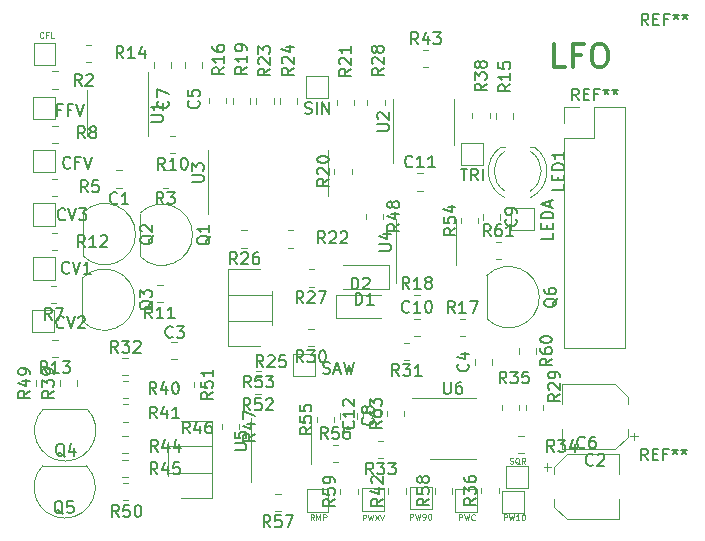
<source format=gbr>
%TF.GenerationSoftware,KiCad,Pcbnew,(5.1.10)-1*%
%TF.CreationDate,2021-07-01T15:47:13-04:00*%
%TF.ProjectId,LFO,4c464f2e-6b69-4636-9164-5f7063625858,rev?*%
%TF.SameCoordinates,Original*%
%TF.FileFunction,Legend,Top*%
%TF.FilePolarity,Positive*%
%FSLAX46Y46*%
G04 Gerber Fmt 4.6, Leading zero omitted, Abs format (unit mm)*
G04 Created by KiCad (PCBNEW (5.1.10)-1) date 2021-07-01 15:47:13*
%MOMM*%
%LPD*%
G01*
G04 APERTURE LIST*
%ADD10C,0.300000*%
%ADD11C,0.120000*%
%ADD12C,0.150000*%
%ADD13C,0.125000*%
G04 APERTURE END LIST*
D10*
X140244285Y-70514761D02*
X139291904Y-70514761D01*
X139291904Y-68514761D01*
X141577619Y-69467142D02*
X140910952Y-69467142D01*
X140910952Y-70514761D02*
X140910952Y-68514761D01*
X141863333Y-68514761D01*
X143006190Y-68514761D02*
X143387142Y-68514761D01*
X143577619Y-68610000D01*
X143768095Y-68800476D01*
X143863333Y-69181428D01*
X143863333Y-69848095D01*
X143768095Y-70229047D01*
X143577619Y-70419523D01*
X143387142Y-70514761D01*
X143006190Y-70514761D01*
X142815714Y-70419523D01*
X142625238Y-70229047D01*
X142530000Y-69848095D01*
X142530000Y-69181428D01*
X142625238Y-68800476D01*
X142815714Y-68610000D01*
X143006190Y-68514761D01*
D11*
%TO.C,REF\u002A\u002A*%
X140148000Y-94294000D02*
X145348000Y-94294000D01*
X140148000Y-76454000D02*
X140148000Y-94294000D01*
X145348000Y-73854000D02*
X145348000Y-94294000D01*
X140148000Y-76454000D02*
X142748000Y-76454000D01*
X142748000Y-76454000D02*
X142748000Y-73854000D01*
X142748000Y-73854000D02*
X145348000Y-73854000D01*
X140148000Y-75184000D02*
X140148000Y-73854000D01*
X140148000Y-73854000D02*
X141478000Y-73854000D01*
%TO.C,U3*%
X110052800Y-79451200D02*
X110052800Y-82901200D01*
X110052800Y-79451200D02*
X110052800Y-77501200D01*
X120172800Y-79451200D02*
X120172800Y-81401200D01*
X120172800Y-79451200D02*
X120172800Y-77501200D01*
%TO.C,R63*%
X126668200Y-100049064D02*
X126668200Y-99594936D01*
X125198200Y-100049064D02*
X125198200Y-99594936D01*
%TO.C,R61*%
X134376936Y-86739400D02*
X134831064Y-86739400D01*
X134376936Y-85269400D02*
X134831064Y-85269400D01*
%TO.C,R60*%
X136323400Y-94295736D02*
X136323400Y-94749864D01*
X137793400Y-94295736D02*
X137793400Y-94749864D01*
%TO.C,R59*%
X122705800Y-106653064D02*
X122705800Y-106198936D01*
X121235800Y-106653064D02*
X121235800Y-106198936D01*
%TO.C,R58*%
X130681400Y-106602264D02*
X130681400Y-106148136D01*
X129211400Y-106602264D02*
X129211400Y-106148136D01*
%TO.C,R57*%
X116187464Y-106605400D02*
X115733336Y-106605400D01*
X116187464Y-108075400D02*
X115733336Y-108075400D01*
%TO.C,R56*%
X120575336Y-103909800D02*
X121029464Y-103909800D01*
X120575336Y-102439800D02*
X121029464Y-102439800D01*
%TO.C,R55*%
X120724600Y-100557064D02*
X120724600Y-100102936D01*
X119254600Y-100557064D02*
X119254600Y-100102936D01*
%TO.C,R54*%
X132916600Y-83691464D02*
X132916600Y-83237336D01*
X131446600Y-83691464D02*
X131446600Y-83237336D01*
%TO.C,R53*%
X114527064Y-94769000D02*
X114072936Y-94769000D01*
X114527064Y-96239000D02*
X114072936Y-96239000D01*
%TO.C,R52*%
X114492264Y-96699400D02*
X114038136Y-96699400D01*
X114492264Y-98169400D02*
X114038136Y-98169400D01*
%TO.C,R51*%
X108837400Y-97610664D02*
X108837400Y-97156536D01*
X107367400Y-97610664D02*
X107367400Y-97156536D01*
%TO.C,R50*%
X103249464Y-105691000D02*
X102795336Y-105691000D01*
X103249464Y-107161000D02*
X102795336Y-107161000D01*
%TO.C,R49*%
X96899400Y-97474264D02*
X96899400Y-97020136D01*
X95429400Y-97474264D02*
X95429400Y-97020136D01*
%TO.C,R48*%
X123385400Y-82881736D02*
X123385400Y-83335864D01*
X124855400Y-82881736D02*
X124855400Y-83335864D01*
%TO.C,R47*%
X111177400Y-100661736D02*
X111177400Y-101115864D01*
X112647400Y-100661736D02*
X112647400Y-101115864D01*
%TO.C,R46*%
X110401600Y-102573600D02*
X110401600Y-104813600D01*
X106660600Y-102573600D02*
X106660600Y-104813600D01*
X106660600Y-104813600D02*
X110401600Y-104813600D01*
X106660600Y-102573600D02*
X110401600Y-102573600D01*
X106660600Y-102259600D02*
X106660600Y-105128600D01*
X110401600Y-100423600D02*
X110401600Y-106963600D01*
X107706600Y-106963600D02*
X110401600Y-106963600D01*
X107706600Y-100423600D02*
X110401600Y-100423600D01*
%TO.C,R45*%
X103233464Y-103709800D02*
X102779336Y-103709800D01*
X103233464Y-105179800D02*
X102779336Y-105179800D01*
%TO.C,R44*%
X103233464Y-101728600D02*
X102779336Y-101728600D01*
X103233464Y-103198600D02*
X102779336Y-103198600D01*
%TO.C,R43*%
X128246136Y-70483400D02*
X128700264Y-70483400D01*
X128246136Y-69013400D02*
X128700264Y-69013400D01*
%TO.C,R42*%
X126769800Y-106618264D02*
X126769800Y-106164136D01*
X125299800Y-106618264D02*
X125299800Y-106164136D01*
%TO.C,R41*%
X103249464Y-99036200D02*
X102795336Y-99036200D01*
X103249464Y-100506200D02*
X102795336Y-100506200D01*
%TO.C,R40*%
X103249464Y-97055000D02*
X102795336Y-97055000D01*
X103249464Y-98525000D02*
X102795336Y-98525000D01*
%TO.C,R39*%
X98931400Y-97474264D02*
X98931400Y-97020136D01*
X97461400Y-97474264D02*
X97461400Y-97020136D01*
%TO.C,R38*%
X133881800Y-74817464D02*
X133881800Y-74363336D01*
X132411800Y-74817464D02*
X132411800Y-74363336D01*
%TO.C,R36*%
X134643800Y-106567464D02*
X134643800Y-106113336D01*
X133173800Y-106567464D02*
X133173800Y-106113336D01*
%TO.C,R35*%
X134901000Y-99086936D02*
X134901000Y-99541064D01*
X136371000Y-99086936D02*
X136371000Y-99541064D01*
%TO.C,R34*%
X136307336Y-103198600D02*
X136761464Y-103198600D01*
X136307336Y-101728600D02*
X136761464Y-101728600D01*
%TO.C,R33*%
X124890264Y-102135000D02*
X124436136Y-102135000D01*
X124890264Y-103605000D02*
X124436136Y-103605000D01*
%TO.C,R32*%
X103233464Y-95073800D02*
X102779336Y-95073800D01*
X103233464Y-96543800D02*
X102779336Y-96543800D01*
%TO.C,R31*%
X127074664Y-93803800D02*
X126620536Y-93803800D01*
X127074664Y-95273800D02*
X126620536Y-95273800D01*
%TO.C,R30*%
X118981464Y-92635400D02*
X118527336Y-92635400D01*
X118981464Y-94105400D02*
X118527336Y-94105400D01*
%TO.C,R29*%
X138403000Y-99541064D02*
X138403000Y-99086936D01*
X136933000Y-99541064D02*
X136933000Y-99086936D01*
%TO.C,R28*%
X124991800Y-73734664D02*
X124991800Y-73280536D01*
X123521800Y-73734664D02*
X123521800Y-73280536D01*
%TO.C,R27*%
X118543336Y-89076200D02*
X118997464Y-89076200D01*
X118543336Y-87606200D02*
X118997464Y-87606200D01*
%TO.C,R26*%
X112837736Y-85774200D02*
X113291864Y-85774200D01*
X112837736Y-84304200D02*
X113291864Y-84304200D01*
%TO.C,R25*%
X111746800Y-91990400D02*
X111746800Y-89750400D01*
X115487800Y-91990400D02*
X115487800Y-89750400D01*
X115487800Y-89750400D02*
X111746800Y-89750400D01*
X115487800Y-91990400D02*
X111746800Y-91990400D01*
X115487800Y-92304400D02*
X115487800Y-89435400D01*
X111746800Y-94140400D02*
X111746800Y-87600400D01*
X114441800Y-87600400D02*
X111746800Y-87600400D01*
X114441800Y-94140400D02*
X111746800Y-94140400D01*
%TO.C,R24*%
X117575000Y-73582264D02*
X117575000Y-73128136D01*
X116105000Y-73582264D02*
X116105000Y-73128136D01*
%TO.C,R23*%
X114123800Y-73128136D02*
X114123800Y-73582264D01*
X115593800Y-73128136D02*
X115593800Y-73582264D01*
%TO.C,R22*%
X117270264Y-84304200D02*
X116816136Y-84304200D01*
X117270264Y-85774200D02*
X116816136Y-85774200D01*
%TO.C,R21*%
X120931000Y-73245736D02*
X120931000Y-73699864D01*
X122401000Y-73245736D02*
X122401000Y-73699864D01*
%TO.C,R20*%
X122197800Y-79525864D02*
X122197800Y-79071736D01*
X120727800Y-79525864D02*
X120727800Y-79071736D01*
%TO.C,R19*%
X113612600Y-73582264D02*
X113612600Y-73128136D01*
X112142600Y-73582264D02*
X112142600Y-73128136D01*
%TO.C,R18*%
X127500136Y-91209800D02*
X127954264Y-91209800D01*
X127500136Y-89739800D02*
X127954264Y-89739800D01*
%TO.C,R17*%
X131328936Y-93241800D02*
X131783064Y-93241800D01*
X131328936Y-91771800D02*
X131783064Y-91771800D01*
%TO.C,R16*%
X111580600Y-73547464D02*
X111580600Y-73093336D01*
X110110600Y-73547464D02*
X110110600Y-73093336D01*
%TO.C,R15*%
X135863000Y-74852264D02*
X135863000Y-74398136D01*
X134393000Y-74852264D02*
X134393000Y-74398136D01*
%TO.C,R14*%
X100134664Y-68607000D02*
X99680536Y-68607000D01*
X100134664Y-70077000D02*
X99680536Y-70077000D01*
%TO.C,R13*%
X97305864Y-93549800D02*
X96851736Y-93549800D01*
X97305864Y-95019800D02*
X96851736Y-95019800D01*
%TO.C,R12*%
X97255064Y-84507400D02*
X96800936Y-84507400D01*
X97255064Y-85977400D02*
X96800936Y-85977400D01*
%TO.C,R11*%
X106179864Y-88927000D02*
X105725736Y-88927000D01*
X106179864Y-90397000D02*
X105725736Y-90397000D01*
%TO.C,R10*%
X107262664Y-76328600D02*
X106808536Y-76328600D01*
X107262664Y-77798600D02*
X106808536Y-77798600D01*
%TO.C,R8*%
X97289864Y-75465000D02*
X96835736Y-75465000D01*
X97289864Y-76935000D02*
X96835736Y-76935000D01*
%TO.C,R7*%
X97188264Y-89028600D02*
X96734136Y-89028600D01*
X97188264Y-90498600D02*
X96734136Y-90498600D01*
%TO.C,R5*%
X97255064Y-79935400D02*
X96800936Y-79935400D01*
X97255064Y-81405400D02*
X96800936Y-81405400D01*
%TO.C,R3*%
X106653064Y-79224200D02*
X106198936Y-79224200D01*
X106653064Y-80694200D02*
X106198936Y-80694200D01*
%TO.C,R2*%
X97305864Y-70842200D02*
X96851736Y-70842200D01*
X97305864Y-72312200D02*
X96851736Y-72312200D01*
%TO.C,Q6*%
X133633600Y-88166800D02*
X133633600Y-91766800D01*
X133645122Y-91805278D02*
G75*
G03*
X138083600Y-89966800I1838478J1838478D01*
G01*
X133645122Y-88128322D02*
G75*
G02*
X138083600Y-89966800I1838478J-1838478D01*
G01*
%TO.C,Q5*%
X99691600Y-104220400D02*
X96091600Y-104220400D01*
X96053122Y-104231922D02*
G75*
G03*
X97891600Y-108670400I1838478J-1838478D01*
G01*
X99730078Y-104231922D02*
G75*
G02*
X97891600Y-108670400I-1838478J-1838478D01*
G01*
%TO.C,Q4*%
X99742400Y-99394400D02*
X96142400Y-99394400D01*
X96103922Y-99405922D02*
G75*
G03*
X97942400Y-103844400I1838478J-1838478D01*
G01*
X99780878Y-99405922D02*
G75*
G02*
X97942400Y-103844400I-1838478J-1838478D01*
G01*
%TO.C,Q3*%
X99394400Y-88370000D02*
X99394400Y-91970000D01*
X99405922Y-92008478D02*
G75*
G03*
X103844400Y-90170000I1838478J1838478D01*
G01*
X99405922Y-88331522D02*
G75*
G02*
X103844400Y-90170000I1838478J-1838478D01*
G01*
%TO.C,Q2*%
X99445200Y-82832800D02*
X99445200Y-86432800D01*
X99456722Y-86471278D02*
G75*
G03*
X103895200Y-84632800I1838478J1838478D01*
G01*
X99456722Y-82794322D02*
G75*
G02*
X103895200Y-84632800I1838478J-1838478D01*
G01*
%TO.C,Q1*%
X104271200Y-82883600D02*
X104271200Y-86483600D01*
X104282722Y-86522078D02*
G75*
G03*
X108721200Y-84683600I1838478J1838478D01*
G01*
X104282722Y-82845122D02*
G75*
G02*
X108721200Y-84683600I1838478J-1838478D01*
G01*
%TO.C,LED1*%
X135165600Y-77238800D02*
X134846600Y-77238800D01*
X137644600Y-77238800D02*
X137325600Y-77238800D01*
X135164639Y-80981513D02*
G75*
G02*
X135165600Y-77615470I1080961J1682713D01*
G01*
X137326561Y-80981513D02*
G75*
G03*
X137325600Y-77615470I-1080961J1682713D01*
G01*
X135164876Y-81542042D02*
G75*
G02*
X134846851Y-77238800I1080724J2243242D01*
G01*
X137326324Y-81542042D02*
G75*
G03*
X137644349Y-77238800I-1080724J2243242D01*
G01*
%TO.C,LEDA*%
X137602000Y-84262800D02*
X137602000Y-82412800D01*
X137552000Y-84262800D02*
X137602000Y-84262800D01*
X135702000Y-84262800D02*
X137552000Y-84262800D01*
X135702000Y-82412800D02*
X135702000Y-84262800D01*
X137602000Y-82412800D02*
X135702000Y-82412800D01*
%TO.C,PW90*%
X128966800Y-106034800D02*
X127116800Y-106034800D01*
X128966800Y-106084800D02*
X128966800Y-106034800D01*
X128966800Y-107934800D02*
X128966800Y-106084800D01*
X127116800Y-107934800D02*
X128966800Y-107934800D01*
X127116800Y-106034800D02*
X127116800Y-107934800D01*
%TO.C,PWC*%
X132827600Y-106238000D02*
X130977600Y-106238000D01*
X132827600Y-106288000D02*
X132827600Y-106238000D01*
X132827600Y-108138000D02*
X132827600Y-106288000D01*
X130977600Y-108138000D02*
X132827600Y-108138000D01*
X130977600Y-106238000D02*
X130977600Y-108138000D01*
%TO.C,PW10*%
X136790000Y-106339600D02*
X134940000Y-106339600D01*
X136790000Y-106389600D02*
X136790000Y-106339600D01*
X136790000Y-108239600D02*
X136790000Y-106389600D01*
X134940000Y-108239600D02*
X136790000Y-108239600D01*
X134940000Y-106339600D02*
X134940000Y-108239600D01*
%TO.C,PWXV*%
X124902800Y-106136400D02*
X123052800Y-106136400D01*
X124902800Y-106186400D02*
X124902800Y-106136400D01*
X124902800Y-108036400D02*
X124902800Y-106186400D01*
X123052800Y-108036400D02*
X124902800Y-108036400D01*
X123052800Y-106136400D02*
X123052800Y-108036400D01*
%TO.C,SAW*%
X119060800Y-94757200D02*
X117210800Y-94757200D01*
X119060800Y-94807200D02*
X119060800Y-94757200D01*
X119060800Y-96657200D02*
X119060800Y-94807200D01*
X117210800Y-96657200D02*
X119060800Y-96657200D01*
X117210800Y-94757200D02*
X117210800Y-96657200D01*
%TO.C,SQR*%
X137094800Y-104256800D02*
X135244800Y-104256800D01*
X137094800Y-104306800D02*
X137094800Y-104256800D01*
X137094800Y-106156800D02*
X137094800Y-104306800D01*
X135244800Y-106156800D02*
X137094800Y-106156800D01*
X135244800Y-104256800D02*
X135244800Y-106156800D01*
%TO.C,SIN*%
X120178400Y-71236800D02*
X118328400Y-71236800D01*
X120178400Y-71286800D02*
X120178400Y-71236800D01*
X120178400Y-73136800D02*
X120178400Y-71286800D01*
X118328400Y-73136800D02*
X120178400Y-73136800D01*
X118328400Y-71236800D02*
X118328400Y-73136800D01*
%TO.C,RMP*%
X120229200Y-106238000D02*
X118379200Y-106238000D01*
X120229200Y-106288000D02*
X120229200Y-106238000D01*
X120229200Y-108138000D02*
X120229200Y-106288000D01*
X118379200Y-108138000D02*
X120229200Y-108138000D01*
X118379200Y-106238000D02*
X118379200Y-108138000D01*
%TO.C,TRI*%
X133335600Y-76875600D02*
X131485600Y-76875600D01*
X133335600Y-76925600D02*
X133335600Y-76875600D01*
X133335600Y-78775600D02*
X133335600Y-76925600D01*
X131485600Y-78775600D02*
X133335600Y-78775600D01*
X131485600Y-76875600D02*
X131485600Y-78775600D01*
%TO.C,CV3*%
X97064400Y-82006400D02*
X95214400Y-82006400D01*
X97064400Y-82056400D02*
X97064400Y-82006400D01*
X97064400Y-83906400D02*
X97064400Y-82056400D01*
X95214400Y-83906400D02*
X97064400Y-83906400D01*
X95214400Y-82006400D02*
X95214400Y-83906400D01*
%TO.C,CV1*%
X97064400Y-86578400D02*
X95214400Y-86578400D01*
X97064400Y-86628400D02*
X97064400Y-86578400D01*
X97064400Y-88478400D02*
X97064400Y-86628400D01*
X95214400Y-88478400D02*
X97064400Y-88478400D01*
X95214400Y-86578400D02*
X95214400Y-88478400D01*
%TO.C,CV2*%
X97013600Y-91048800D02*
X95163600Y-91048800D01*
X97013600Y-91098800D02*
X97013600Y-91048800D01*
X97013600Y-92948800D02*
X97013600Y-91098800D01*
X95163600Y-92948800D02*
X97013600Y-92948800D01*
X95163600Y-91048800D02*
X95163600Y-92948800D01*
%TO.C,FFV*%
X97064400Y-73014800D02*
X95214400Y-73014800D01*
X97064400Y-73064800D02*
X97064400Y-73014800D01*
X97064400Y-74914800D02*
X97064400Y-73064800D01*
X95214400Y-74914800D02*
X97064400Y-74914800D01*
X95214400Y-73014800D02*
X95214400Y-74914800D01*
%TO.C,CFL*%
X97115200Y-68442800D02*
X95265200Y-68442800D01*
X97115200Y-68492800D02*
X97115200Y-68442800D01*
X97115200Y-70342800D02*
X97115200Y-68492800D01*
X95265200Y-70342800D02*
X97115200Y-70342800D01*
X95265200Y-68442800D02*
X95265200Y-70342800D01*
%TO.C,C12*%
X124636200Y-100083252D02*
X124636200Y-99560748D01*
X123166200Y-100083252D02*
X123166200Y-99560748D01*
%TO.C,C11*%
X127725448Y-80948200D02*
X128247952Y-80948200D01*
X127725448Y-79478200D02*
X128247952Y-79478200D01*
%TO.C,C10*%
X127449948Y-93241800D02*
X127972452Y-93241800D01*
X127449948Y-91771800D02*
X127972452Y-91771800D01*
%TO.C,C9*%
X133326200Y-82927648D02*
X133326200Y-83450152D01*
X134796200Y-82927648D02*
X134796200Y-83450152D01*
%TO.C,C8*%
X121185000Y-99734648D02*
X121185000Y-100257152D01*
X122655000Y-99734648D02*
X122655000Y-100257152D01*
%TO.C,C7*%
X109548600Y-70546952D02*
X109548600Y-70024448D01*
X108078600Y-70546952D02*
X108078600Y-70024448D01*
%TO.C,C6*%
X138775100Y-104022100D02*
X138775100Y-104647100D01*
X138462600Y-104334600D02*
X139087600Y-104334600D01*
X139327600Y-107715163D02*
X140392037Y-108779600D01*
X139327600Y-104324037D02*
X140392037Y-103259600D01*
X139327600Y-104324037D02*
X139327600Y-104959600D01*
X139327600Y-107715163D02*
X139327600Y-107079600D01*
X140392037Y-108779600D02*
X144847600Y-108779600D01*
X140392037Y-103259600D02*
X144847600Y-103259600D01*
X144847600Y-103259600D02*
X144847600Y-104959600D01*
X144847600Y-108779600D02*
X144847600Y-107079600D01*
%TO.C,C5*%
X105437000Y-70045948D02*
X105437000Y-70568452D01*
X106907000Y-70045948D02*
X106907000Y-70568452D01*
%TO.C,C4*%
X134085000Y-95714452D02*
X134085000Y-95191948D01*
X132615000Y-95714452D02*
X132615000Y-95191948D01*
%TO.C,C3*%
X106897448Y-95223000D02*
X107419952Y-95223000D01*
X106897448Y-93753000D02*
X107419952Y-93753000D01*
%TO.C,C2*%
X146111300Y-102073500D02*
X146111300Y-101448500D01*
X146423800Y-101761000D02*
X145798800Y-101761000D01*
X145558800Y-98380437D02*
X144494363Y-97316000D01*
X145558800Y-101771563D02*
X144494363Y-102836000D01*
X145558800Y-101771563D02*
X145558800Y-101136000D01*
X145558800Y-98380437D02*
X145558800Y-99016000D01*
X144494363Y-97316000D02*
X140038800Y-97316000D01*
X144494363Y-102836000D02*
X140038800Y-102836000D01*
X140038800Y-102836000D02*
X140038800Y-101136000D01*
X140038800Y-97316000D02*
X140038800Y-99016000D01*
%TO.C,C1*%
X102775652Y-79224200D02*
X102253148Y-79224200D01*
X102775652Y-80694200D02*
X102253148Y-80694200D01*
%TO.C,CFV*%
X95214400Y-77485200D02*
X95214400Y-79385200D01*
X95214400Y-79385200D02*
X97064400Y-79385200D01*
X97064400Y-79385200D02*
X97064400Y-77535200D01*
X97064400Y-77535200D02*
X97064400Y-77485200D01*
X97064400Y-77485200D02*
X95214400Y-77485200D01*
%TO.C,U1*%
X104922000Y-74371200D02*
X104922000Y-70921200D01*
X104922000Y-74371200D02*
X104922000Y-76321200D01*
X99802000Y-74371200D02*
X99802000Y-72421200D01*
X99802000Y-74371200D02*
X99802000Y-76321200D01*
%TO.C,U2*%
X125735400Y-75119000D02*
X125735400Y-78569000D01*
X125735400Y-75119000D02*
X125735400Y-73169000D01*
X130855400Y-75119000D02*
X130855400Y-77069000D01*
X130855400Y-75119000D02*
X130855400Y-73169000D01*
%TO.C,U4*%
X131033200Y-85293200D02*
X131033200Y-83343200D01*
X131033200Y-85293200D02*
X131033200Y-87243200D01*
X125913200Y-85293200D02*
X125913200Y-83343200D01*
X125913200Y-85293200D02*
X125913200Y-88743200D01*
%TO.C,U5*%
X118790400Y-102158800D02*
X118790400Y-100208800D01*
X118790400Y-102158800D02*
X118790400Y-104108800D01*
X113670400Y-102158800D02*
X113670400Y-100208800D01*
X113670400Y-102158800D02*
X113670400Y-105608800D01*
%TO.C,U6*%
X130759200Y-103652000D02*
X132709200Y-103652000D01*
X130759200Y-103652000D02*
X128809200Y-103652000D01*
X130759200Y-98532000D02*
X132709200Y-98532000D01*
X130759200Y-98532000D02*
X127309200Y-98532000D01*
%TO.C,D1*%
X125350000Y-89250000D02*
X121500000Y-89250000D01*
X125350000Y-87250000D02*
X121500000Y-87250000D01*
X125350000Y-89250000D02*
X125350000Y-87250000D01*
%TO.C,D2*%
X120860000Y-89760000D02*
X120860000Y-91760000D01*
X120860000Y-91760000D02*
X124710000Y-91760000D01*
X120860000Y-89760000D02*
X124710000Y-89760000D01*
%TO.C,REF\u002A\u002A*%
D12*
X147246666Y-103792380D02*
X146913333Y-103316190D01*
X146675238Y-103792380D02*
X146675238Y-102792380D01*
X147056190Y-102792380D01*
X147151428Y-102840000D01*
X147199047Y-102887619D01*
X147246666Y-102982857D01*
X147246666Y-103125714D01*
X147199047Y-103220952D01*
X147151428Y-103268571D01*
X147056190Y-103316190D01*
X146675238Y-103316190D01*
X147675238Y-103268571D02*
X148008571Y-103268571D01*
X148151428Y-103792380D02*
X147675238Y-103792380D01*
X147675238Y-102792380D01*
X148151428Y-102792380D01*
X148913333Y-103268571D02*
X148580000Y-103268571D01*
X148580000Y-103792380D02*
X148580000Y-102792380D01*
X149056190Y-102792380D01*
X149580000Y-102792380D02*
X149580000Y-103030476D01*
X149341904Y-102935238D02*
X149580000Y-103030476D01*
X149818095Y-102935238D01*
X149437142Y-103220952D02*
X149580000Y-103030476D01*
X149722857Y-103220952D01*
X150341904Y-102792380D02*
X150341904Y-103030476D01*
X150103809Y-102935238D02*
X150341904Y-103030476D01*
X150580000Y-102935238D01*
X150199047Y-103220952D02*
X150341904Y-103030476D01*
X150484761Y-103220952D01*
X147316666Y-66962380D02*
X146983333Y-66486190D01*
X146745238Y-66962380D02*
X146745238Y-65962380D01*
X147126190Y-65962380D01*
X147221428Y-66010000D01*
X147269047Y-66057619D01*
X147316666Y-66152857D01*
X147316666Y-66295714D01*
X147269047Y-66390952D01*
X147221428Y-66438571D01*
X147126190Y-66486190D01*
X146745238Y-66486190D01*
X147745238Y-66438571D02*
X148078571Y-66438571D01*
X148221428Y-66962380D02*
X147745238Y-66962380D01*
X147745238Y-65962380D01*
X148221428Y-65962380D01*
X148983333Y-66438571D02*
X148650000Y-66438571D01*
X148650000Y-66962380D02*
X148650000Y-65962380D01*
X149126190Y-65962380D01*
X149650000Y-65962380D02*
X149650000Y-66200476D01*
X149411904Y-66105238D02*
X149650000Y-66200476D01*
X149888095Y-66105238D01*
X149507142Y-66390952D02*
X149650000Y-66200476D01*
X149792857Y-66390952D01*
X150411904Y-65962380D02*
X150411904Y-66200476D01*
X150173809Y-66105238D02*
X150411904Y-66200476D01*
X150650000Y-66105238D01*
X150269047Y-66390952D02*
X150411904Y-66200476D01*
X150554761Y-66390952D01*
X141414666Y-73306380D02*
X141081333Y-72830190D01*
X140843238Y-73306380D02*
X140843238Y-72306380D01*
X141224190Y-72306380D01*
X141319428Y-72354000D01*
X141367047Y-72401619D01*
X141414666Y-72496857D01*
X141414666Y-72639714D01*
X141367047Y-72734952D01*
X141319428Y-72782571D01*
X141224190Y-72830190D01*
X140843238Y-72830190D01*
X141843238Y-72782571D02*
X142176571Y-72782571D01*
X142319428Y-73306380D02*
X141843238Y-73306380D01*
X141843238Y-72306380D01*
X142319428Y-72306380D01*
X143081333Y-72782571D02*
X142748000Y-72782571D01*
X142748000Y-73306380D02*
X142748000Y-72306380D01*
X143224190Y-72306380D01*
X143748000Y-72306380D02*
X143748000Y-72544476D01*
X143509904Y-72449238D02*
X143748000Y-72544476D01*
X143986095Y-72449238D01*
X143605142Y-72734952D02*
X143748000Y-72544476D01*
X143890857Y-72734952D01*
X144509904Y-72306380D02*
X144509904Y-72544476D01*
X144271809Y-72449238D02*
X144509904Y-72544476D01*
X144748000Y-72449238D01*
X144367047Y-72734952D02*
X144509904Y-72544476D01*
X144652761Y-72734952D01*
%TO.C,U3*%
X108665180Y-80213104D02*
X109474704Y-80213104D01*
X109569942Y-80165485D01*
X109617561Y-80117866D01*
X109665180Y-80022628D01*
X109665180Y-79832152D01*
X109617561Y-79736914D01*
X109569942Y-79689295D01*
X109474704Y-79641676D01*
X108665180Y-79641676D01*
X108665180Y-79260723D02*
X108665180Y-78641676D01*
X109046133Y-78975009D01*
X109046133Y-78832152D01*
X109093752Y-78736914D01*
X109141371Y-78689295D01*
X109236609Y-78641676D01*
X109474704Y-78641676D01*
X109569942Y-78689295D01*
X109617561Y-78736914D01*
X109665180Y-78832152D01*
X109665180Y-79117866D01*
X109617561Y-79213104D01*
X109569942Y-79260723D01*
%TO.C,R63*%
X124735580Y-100464857D02*
X124259390Y-100798190D01*
X124735580Y-101036285D02*
X123735580Y-101036285D01*
X123735580Y-100655333D01*
X123783200Y-100560095D01*
X123830819Y-100512476D01*
X123926057Y-100464857D01*
X124068914Y-100464857D01*
X124164152Y-100512476D01*
X124211771Y-100560095D01*
X124259390Y-100655333D01*
X124259390Y-101036285D01*
X123735580Y-99607714D02*
X123735580Y-99798190D01*
X123783200Y-99893428D01*
X123830819Y-99941047D01*
X123973676Y-100036285D01*
X124164152Y-100083904D01*
X124545104Y-100083904D01*
X124640342Y-100036285D01*
X124687961Y-99988666D01*
X124735580Y-99893428D01*
X124735580Y-99702952D01*
X124687961Y-99607714D01*
X124640342Y-99560095D01*
X124545104Y-99512476D01*
X124307009Y-99512476D01*
X124211771Y-99560095D01*
X124164152Y-99607714D01*
X124116533Y-99702952D01*
X124116533Y-99893428D01*
X124164152Y-99988666D01*
X124211771Y-100036285D01*
X124307009Y-100083904D01*
X123735580Y-99179142D02*
X123735580Y-98560095D01*
X124116533Y-98893428D01*
X124116533Y-98750571D01*
X124164152Y-98655333D01*
X124211771Y-98607714D01*
X124307009Y-98560095D01*
X124545104Y-98560095D01*
X124640342Y-98607714D01*
X124687961Y-98655333D01*
X124735580Y-98750571D01*
X124735580Y-99036285D01*
X124687961Y-99131523D01*
X124640342Y-99179142D01*
%TO.C,R61*%
X133961142Y-84806780D02*
X133627809Y-84330590D01*
X133389714Y-84806780D02*
X133389714Y-83806780D01*
X133770666Y-83806780D01*
X133865904Y-83854400D01*
X133913523Y-83902019D01*
X133961142Y-83997257D01*
X133961142Y-84140114D01*
X133913523Y-84235352D01*
X133865904Y-84282971D01*
X133770666Y-84330590D01*
X133389714Y-84330590D01*
X134818285Y-83806780D02*
X134627809Y-83806780D01*
X134532571Y-83854400D01*
X134484952Y-83902019D01*
X134389714Y-84044876D01*
X134342095Y-84235352D01*
X134342095Y-84616304D01*
X134389714Y-84711542D01*
X134437333Y-84759161D01*
X134532571Y-84806780D01*
X134723047Y-84806780D01*
X134818285Y-84759161D01*
X134865904Y-84711542D01*
X134913523Y-84616304D01*
X134913523Y-84378209D01*
X134865904Y-84282971D01*
X134818285Y-84235352D01*
X134723047Y-84187733D01*
X134532571Y-84187733D01*
X134437333Y-84235352D01*
X134389714Y-84282971D01*
X134342095Y-84378209D01*
X135865904Y-84806780D02*
X135294476Y-84806780D01*
X135580190Y-84806780D02*
X135580190Y-83806780D01*
X135484952Y-83949638D01*
X135389714Y-84044876D01*
X135294476Y-84092495D01*
%TO.C,R60*%
X139160780Y-95165657D02*
X138684590Y-95498990D01*
X139160780Y-95737085D02*
X138160780Y-95737085D01*
X138160780Y-95356133D01*
X138208400Y-95260895D01*
X138256019Y-95213276D01*
X138351257Y-95165657D01*
X138494114Y-95165657D01*
X138589352Y-95213276D01*
X138636971Y-95260895D01*
X138684590Y-95356133D01*
X138684590Y-95737085D01*
X138160780Y-94308514D02*
X138160780Y-94498990D01*
X138208400Y-94594228D01*
X138256019Y-94641847D01*
X138398876Y-94737085D01*
X138589352Y-94784704D01*
X138970304Y-94784704D01*
X139065542Y-94737085D01*
X139113161Y-94689466D01*
X139160780Y-94594228D01*
X139160780Y-94403752D01*
X139113161Y-94308514D01*
X139065542Y-94260895D01*
X138970304Y-94213276D01*
X138732209Y-94213276D01*
X138636971Y-94260895D01*
X138589352Y-94308514D01*
X138541733Y-94403752D01*
X138541733Y-94594228D01*
X138589352Y-94689466D01*
X138636971Y-94737085D01*
X138732209Y-94784704D01*
X138160780Y-93594228D02*
X138160780Y-93498990D01*
X138208400Y-93403752D01*
X138256019Y-93356133D01*
X138351257Y-93308514D01*
X138541733Y-93260895D01*
X138779828Y-93260895D01*
X138970304Y-93308514D01*
X139065542Y-93356133D01*
X139113161Y-93403752D01*
X139160780Y-93498990D01*
X139160780Y-93594228D01*
X139113161Y-93689466D01*
X139065542Y-93737085D01*
X138970304Y-93784704D01*
X138779828Y-93832323D01*
X138541733Y-93832323D01*
X138351257Y-93784704D01*
X138256019Y-93737085D01*
X138208400Y-93689466D01*
X138160780Y-93594228D01*
%TO.C,R59*%
X120773180Y-107068857D02*
X120296990Y-107402190D01*
X120773180Y-107640285D02*
X119773180Y-107640285D01*
X119773180Y-107259333D01*
X119820800Y-107164095D01*
X119868419Y-107116476D01*
X119963657Y-107068857D01*
X120106514Y-107068857D01*
X120201752Y-107116476D01*
X120249371Y-107164095D01*
X120296990Y-107259333D01*
X120296990Y-107640285D01*
X119773180Y-106164095D02*
X119773180Y-106640285D01*
X120249371Y-106687904D01*
X120201752Y-106640285D01*
X120154133Y-106545047D01*
X120154133Y-106306952D01*
X120201752Y-106211714D01*
X120249371Y-106164095D01*
X120344609Y-106116476D01*
X120582704Y-106116476D01*
X120677942Y-106164095D01*
X120725561Y-106211714D01*
X120773180Y-106306952D01*
X120773180Y-106545047D01*
X120725561Y-106640285D01*
X120677942Y-106687904D01*
X120773180Y-105640285D02*
X120773180Y-105449809D01*
X120725561Y-105354571D01*
X120677942Y-105306952D01*
X120535085Y-105211714D01*
X120344609Y-105164095D01*
X119963657Y-105164095D01*
X119868419Y-105211714D01*
X119820800Y-105259333D01*
X119773180Y-105354571D01*
X119773180Y-105545047D01*
X119820800Y-105640285D01*
X119868419Y-105687904D01*
X119963657Y-105735523D01*
X120201752Y-105735523D01*
X120296990Y-105687904D01*
X120344609Y-105640285D01*
X120392228Y-105545047D01*
X120392228Y-105354571D01*
X120344609Y-105259333D01*
X120296990Y-105211714D01*
X120201752Y-105164095D01*
%TO.C,R58*%
X128748780Y-107018057D02*
X128272590Y-107351390D01*
X128748780Y-107589485D02*
X127748780Y-107589485D01*
X127748780Y-107208533D01*
X127796400Y-107113295D01*
X127844019Y-107065676D01*
X127939257Y-107018057D01*
X128082114Y-107018057D01*
X128177352Y-107065676D01*
X128224971Y-107113295D01*
X128272590Y-107208533D01*
X128272590Y-107589485D01*
X127748780Y-106113295D02*
X127748780Y-106589485D01*
X128224971Y-106637104D01*
X128177352Y-106589485D01*
X128129733Y-106494247D01*
X128129733Y-106256152D01*
X128177352Y-106160914D01*
X128224971Y-106113295D01*
X128320209Y-106065676D01*
X128558304Y-106065676D01*
X128653542Y-106113295D01*
X128701161Y-106160914D01*
X128748780Y-106256152D01*
X128748780Y-106494247D01*
X128701161Y-106589485D01*
X128653542Y-106637104D01*
X128177352Y-105494247D02*
X128129733Y-105589485D01*
X128082114Y-105637104D01*
X127986876Y-105684723D01*
X127939257Y-105684723D01*
X127844019Y-105637104D01*
X127796400Y-105589485D01*
X127748780Y-105494247D01*
X127748780Y-105303771D01*
X127796400Y-105208533D01*
X127844019Y-105160914D01*
X127939257Y-105113295D01*
X127986876Y-105113295D01*
X128082114Y-105160914D01*
X128129733Y-105208533D01*
X128177352Y-105303771D01*
X128177352Y-105494247D01*
X128224971Y-105589485D01*
X128272590Y-105637104D01*
X128367828Y-105684723D01*
X128558304Y-105684723D01*
X128653542Y-105637104D01*
X128701161Y-105589485D01*
X128748780Y-105494247D01*
X128748780Y-105303771D01*
X128701161Y-105208533D01*
X128653542Y-105160914D01*
X128558304Y-105113295D01*
X128367828Y-105113295D01*
X128272590Y-105160914D01*
X128224971Y-105208533D01*
X128177352Y-105303771D01*
%TO.C,R57*%
X115317542Y-109442780D02*
X114984209Y-108966590D01*
X114746114Y-109442780D02*
X114746114Y-108442780D01*
X115127066Y-108442780D01*
X115222304Y-108490400D01*
X115269923Y-108538019D01*
X115317542Y-108633257D01*
X115317542Y-108776114D01*
X115269923Y-108871352D01*
X115222304Y-108918971D01*
X115127066Y-108966590D01*
X114746114Y-108966590D01*
X116222304Y-108442780D02*
X115746114Y-108442780D01*
X115698495Y-108918971D01*
X115746114Y-108871352D01*
X115841352Y-108823733D01*
X116079447Y-108823733D01*
X116174685Y-108871352D01*
X116222304Y-108918971D01*
X116269923Y-109014209D01*
X116269923Y-109252304D01*
X116222304Y-109347542D01*
X116174685Y-109395161D01*
X116079447Y-109442780D01*
X115841352Y-109442780D01*
X115746114Y-109395161D01*
X115698495Y-109347542D01*
X116603257Y-108442780D02*
X117269923Y-108442780D01*
X116841352Y-109442780D01*
%TO.C,R56*%
X120159542Y-101977180D02*
X119826209Y-101500990D01*
X119588114Y-101977180D02*
X119588114Y-100977180D01*
X119969066Y-100977180D01*
X120064304Y-101024800D01*
X120111923Y-101072419D01*
X120159542Y-101167657D01*
X120159542Y-101310514D01*
X120111923Y-101405752D01*
X120064304Y-101453371D01*
X119969066Y-101500990D01*
X119588114Y-101500990D01*
X121064304Y-100977180D02*
X120588114Y-100977180D01*
X120540495Y-101453371D01*
X120588114Y-101405752D01*
X120683352Y-101358133D01*
X120921447Y-101358133D01*
X121016685Y-101405752D01*
X121064304Y-101453371D01*
X121111923Y-101548609D01*
X121111923Y-101786704D01*
X121064304Y-101881942D01*
X121016685Y-101929561D01*
X120921447Y-101977180D01*
X120683352Y-101977180D01*
X120588114Y-101929561D01*
X120540495Y-101881942D01*
X121969066Y-100977180D02*
X121778590Y-100977180D01*
X121683352Y-101024800D01*
X121635733Y-101072419D01*
X121540495Y-101215276D01*
X121492876Y-101405752D01*
X121492876Y-101786704D01*
X121540495Y-101881942D01*
X121588114Y-101929561D01*
X121683352Y-101977180D01*
X121873828Y-101977180D01*
X121969066Y-101929561D01*
X122016685Y-101881942D01*
X122064304Y-101786704D01*
X122064304Y-101548609D01*
X122016685Y-101453371D01*
X121969066Y-101405752D01*
X121873828Y-101358133D01*
X121683352Y-101358133D01*
X121588114Y-101405752D01*
X121540495Y-101453371D01*
X121492876Y-101548609D01*
%TO.C,R55*%
X118791980Y-100972857D02*
X118315790Y-101306190D01*
X118791980Y-101544285D02*
X117791980Y-101544285D01*
X117791980Y-101163333D01*
X117839600Y-101068095D01*
X117887219Y-101020476D01*
X117982457Y-100972857D01*
X118125314Y-100972857D01*
X118220552Y-101020476D01*
X118268171Y-101068095D01*
X118315790Y-101163333D01*
X118315790Y-101544285D01*
X117791980Y-100068095D02*
X117791980Y-100544285D01*
X118268171Y-100591904D01*
X118220552Y-100544285D01*
X118172933Y-100449047D01*
X118172933Y-100210952D01*
X118220552Y-100115714D01*
X118268171Y-100068095D01*
X118363409Y-100020476D01*
X118601504Y-100020476D01*
X118696742Y-100068095D01*
X118744361Y-100115714D01*
X118791980Y-100210952D01*
X118791980Y-100449047D01*
X118744361Y-100544285D01*
X118696742Y-100591904D01*
X117791980Y-99115714D02*
X117791980Y-99591904D01*
X118268171Y-99639523D01*
X118220552Y-99591904D01*
X118172933Y-99496666D01*
X118172933Y-99258571D01*
X118220552Y-99163333D01*
X118268171Y-99115714D01*
X118363409Y-99068095D01*
X118601504Y-99068095D01*
X118696742Y-99115714D01*
X118744361Y-99163333D01*
X118791980Y-99258571D01*
X118791980Y-99496666D01*
X118744361Y-99591904D01*
X118696742Y-99639523D01*
%TO.C,R54*%
X130983980Y-84107257D02*
X130507790Y-84440590D01*
X130983980Y-84678685D02*
X129983980Y-84678685D01*
X129983980Y-84297733D01*
X130031600Y-84202495D01*
X130079219Y-84154876D01*
X130174457Y-84107257D01*
X130317314Y-84107257D01*
X130412552Y-84154876D01*
X130460171Y-84202495D01*
X130507790Y-84297733D01*
X130507790Y-84678685D01*
X129983980Y-83202495D02*
X129983980Y-83678685D01*
X130460171Y-83726304D01*
X130412552Y-83678685D01*
X130364933Y-83583447D01*
X130364933Y-83345352D01*
X130412552Y-83250114D01*
X130460171Y-83202495D01*
X130555409Y-83154876D01*
X130793504Y-83154876D01*
X130888742Y-83202495D01*
X130936361Y-83250114D01*
X130983980Y-83345352D01*
X130983980Y-83583447D01*
X130936361Y-83678685D01*
X130888742Y-83726304D01*
X130317314Y-82297733D02*
X130983980Y-82297733D01*
X129936361Y-82535828D02*
X130650647Y-82773923D01*
X130650647Y-82154876D01*
%TO.C,R53*%
X113657142Y-97606380D02*
X113323809Y-97130190D01*
X113085714Y-97606380D02*
X113085714Y-96606380D01*
X113466666Y-96606380D01*
X113561904Y-96654000D01*
X113609523Y-96701619D01*
X113657142Y-96796857D01*
X113657142Y-96939714D01*
X113609523Y-97034952D01*
X113561904Y-97082571D01*
X113466666Y-97130190D01*
X113085714Y-97130190D01*
X114561904Y-96606380D02*
X114085714Y-96606380D01*
X114038095Y-97082571D01*
X114085714Y-97034952D01*
X114180952Y-96987333D01*
X114419047Y-96987333D01*
X114514285Y-97034952D01*
X114561904Y-97082571D01*
X114609523Y-97177809D01*
X114609523Y-97415904D01*
X114561904Y-97511142D01*
X114514285Y-97558761D01*
X114419047Y-97606380D01*
X114180952Y-97606380D01*
X114085714Y-97558761D01*
X114038095Y-97511142D01*
X114942857Y-96606380D02*
X115561904Y-96606380D01*
X115228571Y-96987333D01*
X115371428Y-96987333D01*
X115466666Y-97034952D01*
X115514285Y-97082571D01*
X115561904Y-97177809D01*
X115561904Y-97415904D01*
X115514285Y-97511142D01*
X115466666Y-97558761D01*
X115371428Y-97606380D01*
X115085714Y-97606380D01*
X114990476Y-97558761D01*
X114942857Y-97511142D01*
%TO.C,R52*%
X113622342Y-99536780D02*
X113289009Y-99060590D01*
X113050914Y-99536780D02*
X113050914Y-98536780D01*
X113431866Y-98536780D01*
X113527104Y-98584400D01*
X113574723Y-98632019D01*
X113622342Y-98727257D01*
X113622342Y-98870114D01*
X113574723Y-98965352D01*
X113527104Y-99012971D01*
X113431866Y-99060590D01*
X113050914Y-99060590D01*
X114527104Y-98536780D02*
X114050914Y-98536780D01*
X114003295Y-99012971D01*
X114050914Y-98965352D01*
X114146152Y-98917733D01*
X114384247Y-98917733D01*
X114479485Y-98965352D01*
X114527104Y-99012971D01*
X114574723Y-99108209D01*
X114574723Y-99346304D01*
X114527104Y-99441542D01*
X114479485Y-99489161D01*
X114384247Y-99536780D01*
X114146152Y-99536780D01*
X114050914Y-99489161D01*
X114003295Y-99441542D01*
X114955676Y-98632019D02*
X115003295Y-98584400D01*
X115098533Y-98536780D01*
X115336628Y-98536780D01*
X115431866Y-98584400D01*
X115479485Y-98632019D01*
X115527104Y-98727257D01*
X115527104Y-98822495D01*
X115479485Y-98965352D01*
X114908057Y-99536780D01*
X115527104Y-99536780D01*
%TO.C,R51*%
X110432380Y-98012857D02*
X109956190Y-98346190D01*
X110432380Y-98584285D02*
X109432380Y-98584285D01*
X109432380Y-98203333D01*
X109480000Y-98108095D01*
X109527619Y-98060476D01*
X109622857Y-98012857D01*
X109765714Y-98012857D01*
X109860952Y-98060476D01*
X109908571Y-98108095D01*
X109956190Y-98203333D01*
X109956190Y-98584285D01*
X109432380Y-97108095D02*
X109432380Y-97584285D01*
X109908571Y-97631904D01*
X109860952Y-97584285D01*
X109813333Y-97489047D01*
X109813333Y-97250952D01*
X109860952Y-97155714D01*
X109908571Y-97108095D01*
X110003809Y-97060476D01*
X110241904Y-97060476D01*
X110337142Y-97108095D01*
X110384761Y-97155714D01*
X110432380Y-97250952D01*
X110432380Y-97489047D01*
X110384761Y-97584285D01*
X110337142Y-97631904D01*
X110432380Y-96108095D02*
X110432380Y-96679523D01*
X110432380Y-96393809D02*
X109432380Y-96393809D01*
X109575238Y-96489047D01*
X109670476Y-96584285D01*
X109718095Y-96679523D01*
%TO.C,R50*%
X102477142Y-108562380D02*
X102143809Y-108086190D01*
X101905714Y-108562380D02*
X101905714Y-107562380D01*
X102286666Y-107562380D01*
X102381904Y-107610000D01*
X102429523Y-107657619D01*
X102477142Y-107752857D01*
X102477142Y-107895714D01*
X102429523Y-107990952D01*
X102381904Y-108038571D01*
X102286666Y-108086190D01*
X101905714Y-108086190D01*
X103381904Y-107562380D02*
X102905714Y-107562380D01*
X102858095Y-108038571D01*
X102905714Y-107990952D01*
X103000952Y-107943333D01*
X103239047Y-107943333D01*
X103334285Y-107990952D01*
X103381904Y-108038571D01*
X103429523Y-108133809D01*
X103429523Y-108371904D01*
X103381904Y-108467142D01*
X103334285Y-108514761D01*
X103239047Y-108562380D01*
X103000952Y-108562380D01*
X102905714Y-108514761D01*
X102858095Y-108467142D01*
X104048571Y-107562380D02*
X104143809Y-107562380D01*
X104239047Y-107610000D01*
X104286666Y-107657619D01*
X104334285Y-107752857D01*
X104381904Y-107943333D01*
X104381904Y-108181428D01*
X104334285Y-108371904D01*
X104286666Y-108467142D01*
X104239047Y-108514761D01*
X104143809Y-108562380D01*
X104048571Y-108562380D01*
X103953333Y-108514761D01*
X103905714Y-108467142D01*
X103858095Y-108371904D01*
X103810476Y-108181428D01*
X103810476Y-107943333D01*
X103858095Y-107752857D01*
X103905714Y-107657619D01*
X103953333Y-107610000D01*
X104048571Y-107562380D01*
%TO.C,R49*%
X94966780Y-97890057D02*
X94490590Y-98223390D01*
X94966780Y-98461485D02*
X93966780Y-98461485D01*
X93966780Y-98080533D01*
X94014400Y-97985295D01*
X94062019Y-97937676D01*
X94157257Y-97890057D01*
X94300114Y-97890057D01*
X94395352Y-97937676D01*
X94442971Y-97985295D01*
X94490590Y-98080533D01*
X94490590Y-98461485D01*
X94300114Y-97032914D02*
X94966780Y-97032914D01*
X93919161Y-97271009D02*
X94633447Y-97509104D01*
X94633447Y-96890057D01*
X94966780Y-96461485D02*
X94966780Y-96271009D01*
X94919161Y-96175771D01*
X94871542Y-96128152D01*
X94728685Y-96032914D01*
X94538209Y-95985295D01*
X94157257Y-95985295D01*
X94062019Y-96032914D01*
X94014400Y-96080533D01*
X93966780Y-96175771D01*
X93966780Y-96366247D01*
X94014400Y-96461485D01*
X94062019Y-96509104D01*
X94157257Y-96556723D01*
X94395352Y-96556723D01*
X94490590Y-96509104D01*
X94538209Y-96461485D01*
X94585828Y-96366247D01*
X94585828Y-96175771D01*
X94538209Y-96080533D01*
X94490590Y-96032914D01*
X94395352Y-95985295D01*
%TO.C,R48*%
X126222780Y-83751657D02*
X125746590Y-84084990D01*
X126222780Y-84323085D02*
X125222780Y-84323085D01*
X125222780Y-83942133D01*
X125270400Y-83846895D01*
X125318019Y-83799276D01*
X125413257Y-83751657D01*
X125556114Y-83751657D01*
X125651352Y-83799276D01*
X125698971Y-83846895D01*
X125746590Y-83942133D01*
X125746590Y-84323085D01*
X125556114Y-82894514D02*
X126222780Y-82894514D01*
X125175161Y-83132609D02*
X125889447Y-83370704D01*
X125889447Y-82751657D01*
X125651352Y-82227847D02*
X125603733Y-82323085D01*
X125556114Y-82370704D01*
X125460876Y-82418323D01*
X125413257Y-82418323D01*
X125318019Y-82370704D01*
X125270400Y-82323085D01*
X125222780Y-82227847D01*
X125222780Y-82037371D01*
X125270400Y-81942133D01*
X125318019Y-81894514D01*
X125413257Y-81846895D01*
X125460876Y-81846895D01*
X125556114Y-81894514D01*
X125603733Y-81942133D01*
X125651352Y-82037371D01*
X125651352Y-82227847D01*
X125698971Y-82323085D01*
X125746590Y-82370704D01*
X125841828Y-82418323D01*
X126032304Y-82418323D01*
X126127542Y-82370704D01*
X126175161Y-82323085D01*
X126222780Y-82227847D01*
X126222780Y-82037371D01*
X126175161Y-81942133D01*
X126127542Y-81894514D01*
X126032304Y-81846895D01*
X125841828Y-81846895D01*
X125746590Y-81894514D01*
X125698971Y-81942133D01*
X125651352Y-82037371D01*
%TO.C,R47*%
X114014780Y-101531657D02*
X113538590Y-101864990D01*
X114014780Y-102103085D02*
X113014780Y-102103085D01*
X113014780Y-101722133D01*
X113062400Y-101626895D01*
X113110019Y-101579276D01*
X113205257Y-101531657D01*
X113348114Y-101531657D01*
X113443352Y-101579276D01*
X113490971Y-101626895D01*
X113538590Y-101722133D01*
X113538590Y-102103085D01*
X113348114Y-100674514D02*
X114014780Y-100674514D01*
X112967161Y-100912609D02*
X113681447Y-101150704D01*
X113681447Y-100531657D01*
X113014780Y-100245942D02*
X113014780Y-99579276D01*
X114014780Y-100007847D01*
%TO.C,R46*%
X108477142Y-101502380D02*
X108143809Y-101026190D01*
X107905714Y-101502380D02*
X107905714Y-100502380D01*
X108286666Y-100502380D01*
X108381904Y-100550000D01*
X108429523Y-100597619D01*
X108477142Y-100692857D01*
X108477142Y-100835714D01*
X108429523Y-100930952D01*
X108381904Y-100978571D01*
X108286666Y-101026190D01*
X107905714Y-101026190D01*
X109334285Y-100835714D02*
X109334285Y-101502380D01*
X109096190Y-100454761D02*
X108858095Y-101169047D01*
X109477142Y-101169047D01*
X110286666Y-100502380D02*
X110096190Y-100502380D01*
X110000952Y-100550000D01*
X109953333Y-100597619D01*
X109858095Y-100740476D01*
X109810476Y-100930952D01*
X109810476Y-101311904D01*
X109858095Y-101407142D01*
X109905714Y-101454761D01*
X110000952Y-101502380D01*
X110191428Y-101502380D01*
X110286666Y-101454761D01*
X110334285Y-101407142D01*
X110381904Y-101311904D01*
X110381904Y-101073809D01*
X110334285Y-100978571D01*
X110286666Y-100930952D01*
X110191428Y-100883333D01*
X110000952Y-100883333D01*
X109905714Y-100930952D01*
X109858095Y-100978571D01*
X109810476Y-101073809D01*
%TO.C,R45*%
X105747142Y-104962380D02*
X105413809Y-104486190D01*
X105175714Y-104962380D02*
X105175714Y-103962380D01*
X105556666Y-103962380D01*
X105651904Y-104010000D01*
X105699523Y-104057619D01*
X105747142Y-104152857D01*
X105747142Y-104295714D01*
X105699523Y-104390952D01*
X105651904Y-104438571D01*
X105556666Y-104486190D01*
X105175714Y-104486190D01*
X106604285Y-104295714D02*
X106604285Y-104962380D01*
X106366190Y-103914761D02*
X106128095Y-104629047D01*
X106747142Y-104629047D01*
X107604285Y-103962380D02*
X107128095Y-103962380D01*
X107080476Y-104438571D01*
X107128095Y-104390952D01*
X107223333Y-104343333D01*
X107461428Y-104343333D01*
X107556666Y-104390952D01*
X107604285Y-104438571D01*
X107651904Y-104533809D01*
X107651904Y-104771904D01*
X107604285Y-104867142D01*
X107556666Y-104914761D01*
X107461428Y-104962380D01*
X107223333Y-104962380D01*
X107128095Y-104914761D01*
X107080476Y-104867142D01*
%TO.C,R44*%
X105787142Y-103032380D02*
X105453809Y-102556190D01*
X105215714Y-103032380D02*
X105215714Y-102032380D01*
X105596666Y-102032380D01*
X105691904Y-102080000D01*
X105739523Y-102127619D01*
X105787142Y-102222857D01*
X105787142Y-102365714D01*
X105739523Y-102460952D01*
X105691904Y-102508571D01*
X105596666Y-102556190D01*
X105215714Y-102556190D01*
X106644285Y-102365714D02*
X106644285Y-103032380D01*
X106406190Y-101984761D02*
X106168095Y-102699047D01*
X106787142Y-102699047D01*
X107596666Y-102365714D02*
X107596666Y-103032380D01*
X107358571Y-101984761D02*
X107120476Y-102699047D01*
X107739523Y-102699047D01*
%TO.C,R43*%
X127830342Y-68550780D02*
X127497009Y-68074590D01*
X127258914Y-68550780D02*
X127258914Y-67550780D01*
X127639866Y-67550780D01*
X127735104Y-67598400D01*
X127782723Y-67646019D01*
X127830342Y-67741257D01*
X127830342Y-67884114D01*
X127782723Y-67979352D01*
X127735104Y-68026971D01*
X127639866Y-68074590D01*
X127258914Y-68074590D01*
X128687485Y-67884114D02*
X128687485Y-68550780D01*
X128449390Y-67503161D02*
X128211295Y-68217447D01*
X128830342Y-68217447D01*
X129116057Y-67550780D02*
X129735104Y-67550780D01*
X129401771Y-67931733D01*
X129544628Y-67931733D01*
X129639866Y-67979352D01*
X129687485Y-68026971D01*
X129735104Y-68122209D01*
X129735104Y-68360304D01*
X129687485Y-68455542D01*
X129639866Y-68503161D01*
X129544628Y-68550780D01*
X129258914Y-68550780D01*
X129163676Y-68503161D01*
X129116057Y-68455542D01*
%TO.C,R42*%
X124837180Y-107034057D02*
X124360990Y-107367390D01*
X124837180Y-107605485D02*
X123837180Y-107605485D01*
X123837180Y-107224533D01*
X123884800Y-107129295D01*
X123932419Y-107081676D01*
X124027657Y-107034057D01*
X124170514Y-107034057D01*
X124265752Y-107081676D01*
X124313371Y-107129295D01*
X124360990Y-107224533D01*
X124360990Y-107605485D01*
X124170514Y-106176914D02*
X124837180Y-106176914D01*
X123789561Y-106415009D02*
X124503847Y-106653104D01*
X124503847Y-106034057D01*
X123932419Y-105700723D02*
X123884800Y-105653104D01*
X123837180Y-105557866D01*
X123837180Y-105319771D01*
X123884800Y-105224533D01*
X123932419Y-105176914D01*
X124027657Y-105129295D01*
X124122895Y-105129295D01*
X124265752Y-105176914D01*
X124837180Y-105748342D01*
X124837180Y-105129295D01*
%TO.C,R41*%
X105687142Y-100222380D02*
X105353809Y-99746190D01*
X105115714Y-100222380D02*
X105115714Y-99222380D01*
X105496666Y-99222380D01*
X105591904Y-99270000D01*
X105639523Y-99317619D01*
X105687142Y-99412857D01*
X105687142Y-99555714D01*
X105639523Y-99650952D01*
X105591904Y-99698571D01*
X105496666Y-99746190D01*
X105115714Y-99746190D01*
X106544285Y-99555714D02*
X106544285Y-100222380D01*
X106306190Y-99174761D02*
X106068095Y-99889047D01*
X106687142Y-99889047D01*
X107591904Y-100222380D02*
X107020476Y-100222380D01*
X107306190Y-100222380D02*
X107306190Y-99222380D01*
X107210952Y-99365238D01*
X107115714Y-99460476D01*
X107020476Y-99508095D01*
%TO.C,R40*%
X105657142Y-98142380D02*
X105323809Y-97666190D01*
X105085714Y-98142380D02*
X105085714Y-97142380D01*
X105466666Y-97142380D01*
X105561904Y-97190000D01*
X105609523Y-97237619D01*
X105657142Y-97332857D01*
X105657142Y-97475714D01*
X105609523Y-97570952D01*
X105561904Y-97618571D01*
X105466666Y-97666190D01*
X105085714Y-97666190D01*
X106514285Y-97475714D02*
X106514285Y-98142380D01*
X106276190Y-97094761D02*
X106038095Y-97809047D01*
X106657142Y-97809047D01*
X107228571Y-97142380D02*
X107323809Y-97142380D01*
X107419047Y-97190000D01*
X107466666Y-97237619D01*
X107514285Y-97332857D01*
X107561904Y-97523333D01*
X107561904Y-97761428D01*
X107514285Y-97951904D01*
X107466666Y-98047142D01*
X107419047Y-98094761D01*
X107323809Y-98142380D01*
X107228571Y-98142380D01*
X107133333Y-98094761D01*
X107085714Y-98047142D01*
X107038095Y-97951904D01*
X106990476Y-97761428D01*
X106990476Y-97523333D01*
X107038095Y-97332857D01*
X107085714Y-97237619D01*
X107133333Y-97190000D01*
X107228571Y-97142380D01*
%TO.C,R39*%
X96998780Y-97890057D02*
X96522590Y-98223390D01*
X96998780Y-98461485D02*
X95998780Y-98461485D01*
X95998780Y-98080533D01*
X96046400Y-97985295D01*
X96094019Y-97937676D01*
X96189257Y-97890057D01*
X96332114Y-97890057D01*
X96427352Y-97937676D01*
X96474971Y-97985295D01*
X96522590Y-98080533D01*
X96522590Y-98461485D01*
X95998780Y-97556723D02*
X95998780Y-96937676D01*
X96379733Y-97271009D01*
X96379733Y-97128152D01*
X96427352Y-97032914D01*
X96474971Y-96985295D01*
X96570209Y-96937676D01*
X96808304Y-96937676D01*
X96903542Y-96985295D01*
X96951161Y-97032914D01*
X96998780Y-97128152D01*
X96998780Y-97413866D01*
X96951161Y-97509104D01*
X96903542Y-97556723D01*
X96998780Y-96461485D02*
X96998780Y-96271009D01*
X96951161Y-96175771D01*
X96903542Y-96128152D01*
X96760685Y-96032914D01*
X96570209Y-95985295D01*
X96189257Y-95985295D01*
X96094019Y-96032914D01*
X96046400Y-96080533D01*
X95998780Y-96175771D01*
X95998780Y-96366247D01*
X96046400Y-96461485D01*
X96094019Y-96509104D01*
X96189257Y-96556723D01*
X96427352Y-96556723D01*
X96522590Y-96509104D01*
X96570209Y-96461485D01*
X96617828Y-96366247D01*
X96617828Y-96175771D01*
X96570209Y-96080533D01*
X96522590Y-96032914D01*
X96427352Y-95985295D01*
%TO.C,R38*%
X133622380Y-71892857D02*
X133146190Y-72226190D01*
X133622380Y-72464285D02*
X132622380Y-72464285D01*
X132622380Y-72083333D01*
X132670000Y-71988095D01*
X132717619Y-71940476D01*
X132812857Y-71892857D01*
X132955714Y-71892857D01*
X133050952Y-71940476D01*
X133098571Y-71988095D01*
X133146190Y-72083333D01*
X133146190Y-72464285D01*
X132622380Y-71559523D02*
X132622380Y-70940476D01*
X133003333Y-71273809D01*
X133003333Y-71130952D01*
X133050952Y-71035714D01*
X133098571Y-70988095D01*
X133193809Y-70940476D01*
X133431904Y-70940476D01*
X133527142Y-70988095D01*
X133574761Y-71035714D01*
X133622380Y-71130952D01*
X133622380Y-71416666D01*
X133574761Y-71511904D01*
X133527142Y-71559523D01*
X133050952Y-70369047D02*
X133003333Y-70464285D01*
X132955714Y-70511904D01*
X132860476Y-70559523D01*
X132812857Y-70559523D01*
X132717619Y-70511904D01*
X132670000Y-70464285D01*
X132622380Y-70369047D01*
X132622380Y-70178571D01*
X132670000Y-70083333D01*
X132717619Y-70035714D01*
X132812857Y-69988095D01*
X132860476Y-69988095D01*
X132955714Y-70035714D01*
X133003333Y-70083333D01*
X133050952Y-70178571D01*
X133050952Y-70369047D01*
X133098571Y-70464285D01*
X133146190Y-70511904D01*
X133241428Y-70559523D01*
X133431904Y-70559523D01*
X133527142Y-70511904D01*
X133574761Y-70464285D01*
X133622380Y-70369047D01*
X133622380Y-70178571D01*
X133574761Y-70083333D01*
X133527142Y-70035714D01*
X133431904Y-69988095D01*
X133241428Y-69988095D01*
X133146190Y-70035714D01*
X133098571Y-70083333D01*
X133050952Y-70178571D01*
%TO.C,R36*%
X132711180Y-106983257D02*
X132234990Y-107316590D01*
X132711180Y-107554685D02*
X131711180Y-107554685D01*
X131711180Y-107173733D01*
X131758800Y-107078495D01*
X131806419Y-107030876D01*
X131901657Y-106983257D01*
X132044514Y-106983257D01*
X132139752Y-107030876D01*
X132187371Y-107078495D01*
X132234990Y-107173733D01*
X132234990Y-107554685D01*
X131711180Y-106649923D02*
X131711180Y-106030876D01*
X132092133Y-106364209D01*
X132092133Y-106221352D01*
X132139752Y-106126114D01*
X132187371Y-106078495D01*
X132282609Y-106030876D01*
X132520704Y-106030876D01*
X132615942Y-106078495D01*
X132663561Y-106126114D01*
X132711180Y-106221352D01*
X132711180Y-106507066D01*
X132663561Y-106602304D01*
X132615942Y-106649923D01*
X131711180Y-105173733D02*
X131711180Y-105364209D01*
X131758800Y-105459447D01*
X131806419Y-105507066D01*
X131949276Y-105602304D01*
X132139752Y-105649923D01*
X132520704Y-105649923D01*
X132615942Y-105602304D01*
X132663561Y-105554685D01*
X132711180Y-105459447D01*
X132711180Y-105268971D01*
X132663561Y-105173733D01*
X132615942Y-105126114D01*
X132520704Y-105078495D01*
X132282609Y-105078495D01*
X132187371Y-105126114D01*
X132139752Y-105173733D01*
X132092133Y-105268971D01*
X132092133Y-105459447D01*
X132139752Y-105554685D01*
X132187371Y-105602304D01*
X132282609Y-105649923D01*
%TO.C,R35*%
X135297142Y-97272380D02*
X134963809Y-96796190D01*
X134725714Y-97272380D02*
X134725714Y-96272380D01*
X135106666Y-96272380D01*
X135201904Y-96320000D01*
X135249523Y-96367619D01*
X135297142Y-96462857D01*
X135297142Y-96605714D01*
X135249523Y-96700952D01*
X135201904Y-96748571D01*
X135106666Y-96796190D01*
X134725714Y-96796190D01*
X135630476Y-96272380D02*
X136249523Y-96272380D01*
X135916190Y-96653333D01*
X136059047Y-96653333D01*
X136154285Y-96700952D01*
X136201904Y-96748571D01*
X136249523Y-96843809D01*
X136249523Y-97081904D01*
X136201904Y-97177142D01*
X136154285Y-97224761D01*
X136059047Y-97272380D01*
X135773333Y-97272380D01*
X135678095Y-97224761D01*
X135630476Y-97177142D01*
X137154285Y-96272380D02*
X136678095Y-96272380D01*
X136630476Y-96748571D01*
X136678095Y-96700952D01*
X136773333Y-96653333D01*
X137011428Y-96653333D01*
X137106666Y-96700952D01*
X137154285Y-96748571D01*
X137201904Y-96843809D01*
X137201904Y-97081904D01*
X137154285Y-97177142D01*
X137106666Y-97224761D01*
X137011428Y-97272380D01*
X136773333Y-97272380D01*
X136678095Y-97224761D01*
X136630476Y-97177142D01*
%TO.C,R34*%
X139337142Y-103042380D02*
X139003809Y-102566190D01*
X138765714Y-103042380D02*
X138765714Y-102042380D01*
X139146666Y-102042380D01*
X139241904Y-102090000D01*
X139289523Y-102137619D01*
X139337142Y-102232857D01*
X139337142Y-102375714D01*
X139289523Y-102470952D01*
X139241904Y-102518571D01*
X139146666Y-102566190D01*
X138765714Y-102566190D01*
X139670476Y-102042380D02*
X140289523Y-102042380D01*
X139956190Y-102423333D01*
X140099047Y-102423333D01*
X140194285Y-102470952D01*
X140241904Y-102518571D01*
X140289523Y-102613809D01*
X140289523Y-102851904D01*
X140241904Y-102947142D01*
X140194285Y-102994761D01*
X140099047Y-103042380D01*
X139813333Y-103042380D01*
X139718095Y-102994761D01*
X139670476Y-102947142D01*
X141146666Y-102375714D02*
X141146666Y-103042380D01*
X140908571Y-101994761D02*
X140670476Y-102709047D01*
X141289523Y-102709047D01*
%TO.C,R33*%
X124020342Y-104972380D02*
X123687009Y-104496190D01*
X123448914Y-104972380D02*
X123448914Y-103972380D01*
X123829866Y-103972380D01*
X123925104Y-104020000D01*
X123972723Y-104067619D01*
X124020342Y-104162857D01*
X124020342Y-104305714D01*
X123972723Y-104400952D01*
X123925104Y-104448571D01*
X123829866Y-104496190D01*
X123448914Y-104496190D01*
X124353676Y-103972380D02*
X124972723Y-103972380D01*
X124639390Y-104353333D01*
X124782247Y-104353333D01*
X124877485Y-104400952D01*
X124925104Y-104448571D01*
X124972723Y-104543809D01*
X124972723Y-104781904D01*
X124925104Y-104877142D01*
X124877485Y-104924761D01*
X124782247Y-104972380D01*
X124496533Y-104972380D01*
X124401295Y-104924761D01*
X124353676Y-104877142D01*
X125306057Y-103972380D02*
X125925104Y-103972380D01*
X125591771Y-104353333D01*
X125734628Y-104353333D01*
X125829866Y-104400952D01*
X125877485Y-104448571D01*
X125925104Y-104543809D01*
X125925104Y-104781904D01*
X125877485Y-104877142D01*
X125829866Y-104924761D01*
X125734628Y-104972380D01*
X125448914Y-104972380D01*
X125353676Y-104924761D01*
X125306057Y-104877142D01*
%TO.C,R32*%
X102417142Y-94662380D02*
X102083809Y-94186190D01*
X101845714Y-94662380D02*
X101845714Y-93662380D01*
X102226666Y-93662380D01*
X102321904Y-93710000D01*
X102369523Y-93757619D01*
X102417142Y-93852857D01*
X102417142Y-93995714D01*
X102369523Y-94090952D01*
X102321904Y-94138571D01*
X102226666Y-94186190D01*
X101845714Y-94186190D01*
X102750476Y-93662380D02*
X103369523Y-93662380D01*
X103036190Y-94043333D01*
X103179047Y-94043333D01*
X103274285Y-94090952D01*
X103321904Y-94138571D01*
X103369523Y-94233809D01*
X103369523Y-94471904D01*
X103321904Y-94567142D01*
X103274285Y-94614761D01*
X103179047Y-94662380D01*
X102893333Y-94662380D01*
X102798095Y-94614761D01*
X102750476Y-94567142D01*
X103750476Y-93757619D02*
X103798095Y-93710000D01*
X103893333Y-93662380D01*
X104131428Y-93662380D01*
X104226666Y-93710000D01*
X104274285Y-93757619D01*
X104321904Y-93852857D01*
X104321904Y-93948095D01*
X104274285Y-94090952D01*
X103702857Y-94662380D01*
X104321904Y-94662380D01*
%TO.C,R31*%
X126204742Y-96641180D02*
X125871409Y-96164990D01*
X125633314Y-96641180D02*
X125633314Y-95641180D01*
X126014266Y-95641180D01*
X126109504Y-95688800D01*
X126157123Y-95736419D01*
X126204742Y-95831657D01*
X126204742Y-95974514D01*
X126157123Y-96069752D01*
X126109504Y-96117371D01*
X126014266Y-96164990D01*
X125633314Y-96164990D01*
X126538076Y-95641180D02*
X127157123Y-95641180D01*
X126823790Y-96022133D01*
X126966647Y-96022133D01*
X127061885Y-96069752D01*
X127109504Y-96117371D01*
X127157123Y-96212609D01*
X127157123Y-96450704D01*
X127109504Y-96545942D01*
X127061885Y-96593561D01*
X126966647Y-96641180D01*
X126680933Y-96641180D01*
X126585695Y-96593561D01*
X126538076Y-96545942D01*
X128109504Y-96641180D02*
X127538076Y-96641180D01*
X127823790Y-96641180D02*
X127823790Y-95641180D01*
X127728552Y-95784038D01*
X127633314Y-95879276D01*
X127538076Y-95926895D01*
%TO.C,R30*%
X118111542Y-95472780D02*
X117778209Y-94996590D01*
X117540114Y-95472780D02*
X117540114Y-94472780D01*
X117921066Y-94472780D01*
X118016304Y-94520400D01*
X118063923Y-94568019D01*
X118111542Y-94663257D01*
X118111542Y-94806114D01*
X118063923Y-94901352D01*
X118016304Y-94948971D01*
X117921066Y-94996590D01*
X117540114Y-94996590D01*
X118444876Y-94472780D02*
X119063923Y-94472780D01*
X118730590Y-94853733D01*
X118873447Y-94853733D01*
X118968685Y-94901352D01*
X119016304Y-94948971D01*
X119063923Y-95044209D01*
X119063923Y-95282304D01*
X119016304Y-95377542D01*
X118968685Y-95425161D01*
X118873447Y-95472780D01*
X118587733Y-95472780D01*
X118492495Y-95425161D01*
X118444876Y-95377542D01*
X119682971Y-94472780D02*
X119778209Y-94472780D01*
X119873447Y-94520400D01*
X119921066Y-94568019D01*
X119968685Y-94663257D01*
X120016304Y-94853733D01*
X120016304Y-95091828D01*
X119968685Y-95282304D01*
X119921066Y-95377542D01*
X119873447Y-95425161D01*
X119778209Y-95472780D01*
X119682971Y-95472780D01*
X119587733Y-95425161D01*
X119540114Y-95377542D01*
X119492495Y-95282304D01*
X119444876Y-95091828D01*
X119444876Y-94853733D01*
X119492495Y-94663257D01*
X119540114Y-94568019D01*
X119587733Y-94520400D01*
X119682971Y-94472780D01*
%TO.C,R29*%
X139832380Y-98172857D02*
X139356190Y-98506190D01*
X139832380Y-98744285D02*
X138832380Y-98744285D01*
X138832380Y-98363333D01*
X138880000Y-98268095D01*
X138927619Y-98220476D01*
X139022857Y-98172857D01*
X139165714Y-98172857D01*
X139260952Y-98220476D01*
X139308571Y-98268095D01*
X139356190Y-98363333D01*
X139356190Y-98744285D01*
X138927619Y-97791904D02*
X138880000Y-97744285D01*
X138832380Y-97649047D01*
X138832380Y-97410952D01*
X138880000Y-97315714D01*
X138927619Y-97268095D01*
X139022857Y-97220476D01*
X139118095Y-97220476D01*
X139260952Y-97268095D01*
X139832380Y-97839523D01*
X139832380Y-97220476D01*
X139832380Y-96744285D02*
X139832380Y-96553809D01*
X139784761Y-96458571D01*
X139737142Y-96410952D01*
X139594285Y-96315714D01*
X139403809Y-96268095D01*
X139022857Y-96268095D01*
X138927619Y-96315714D01*
X138880000Y-96363333D01*
X138832380Y-96458571D01*
X138832380Y-96649047D01*
X138880000Y-96744285D01*
X138927619Y-96791904D01*
X139022857Y-96839523D01*
X139260952Y-96839523D01*
X139356190Y-96791904D01*
X139403809Y-96744285D01*
X139451428Y-96649047D01*
X139451428Y-96458571D01*
X139403809Y-96363333D01*
X139356190Y-96315714D01*
X139260952Y-96268095D01*
%TO.C,R28*%
X124902380Y-70582857D02*
X124426190Y-70916190D01*
X124902380Y-71154285D02*
X123902380Y-71154285D01*
X123902380Y-70773333D01*
X123950000Y-70678095D01*
X123997619Y-70630476D01*
X124092857Y-70582857D01*
X124235714Y-70582857D01*
X124330952Y-70630476D01*
X124378571Y-70678095D01*
X124426190Y-70773333D01*
X124426190Y-71154285D01*
X123997619Y-70201904D02*
X123950000Y-70154285D01*
X123902380Y-70059047D01*
X123902380Y-69820952D01*
X123950000Y-69725714D01*
X123997619Y-69678095D01*
X124092857Y-69630476D01*
X124188095Y-69630476D01*
X124330952Y-69678095D01*
X124902380Y-70249523D01*
X124902380Y-69630476D01*
X124330952Y-69059047D02*
X124283333Y-69154285D01*
X124235714Y-69201904D01*
X124140476Y-69249523D01*
X124092857Y-69249523D01*
X123997619Y-69201904D01*
X123950000Y-69154285D01*
X123902380Y-69059047D01*
X123902380Y-68868571D01*
X123950000Y-68773333D01*
X123997619Y-68725714D01*
X124092857Y-68678095D01*
X124140476Y-68678095D01*
X124235714Y-68725714D01*
X124283333Y-68773333D01*
X124330952Y-68868571D01*
X124330952Y-69059047D01*
X124378571Y-69154285D01*
X124426190Y-69201904D01*
X124521428Y-69249523D01*
X124711904Y-69249523D01*
X124807142Y-69201904D01*
X124854761Y-69154285D01*
X124902380Y-69059047D01*
X124902380Y-68868571D01*
X124854761Y-68773333D01*
X124807142Y-68725714D01*
X124711904Y-68678095D01*
X124521428Y-68678095D01*
X124426190Y-68725714D01*
X124378571Y-68773333D01*
X124330952Y-68868571D01*
%TO.C,R27*%
X118107142Y-90472380D02*
X117773809Y-89996190D01*
X117535714Y-90472380D02*
X117535714Y-89472380D01*
X117916666Y-89472380D01*
X118011904Y-89520000D01*
X118059523Y-89567619D01*
X118107142Y-89662857D01*
X118107142Y-89805714D01*
X118059523Y-89900952D01*
X118011904Y-89948571D01*
X117916666Y-89996190D01*
X117535714Y-89996190D01*
X118488095Y-89567619D02*
X118535714Y-89520000D01*
X118630952Y-89472380D01*
X118869047Y-89472380D01*
X118964285Y-89520000D01*
X119011904Y-89567619D01*
X119059523Y-89662857D01*
X119059523Y-89758095D01*
X119011904Y-89900952D01*
X118440476Y-90472380D01*
X119059523Y-90472380D01*
X119392857Y-89472380D02*
X120059523Y-89472380D01*
X119630952Y-90472380D01*
%TO.C,R26*%
X112487142Y-87172380D02*
X112153809Y-86696190D01*
X111915714Y-87172380D02*
X111915714Y-86172380D01*
X112296666Y-86172380D01*
X112391904Y-86220000D01*
X112439523Y-86267619D01*
X112487142Y-86362857D01*
X112487142Y-86505714D01*
X112439523Y-86600952D01*
X112391904Y-86648571D01*
X112296666Y-86696190D01*
X111915714Y-86696190D01*
X112868095Y-86267619D02*
X112915714Y-86220000D01*
X113010952Y-86172380D01*
X113249047Y-86172380D01*
X113344285Y-86220000D01*
X113391904Y-86267619D01*
X113439523Y-86362857D01*
X113439523Y-86458095D01*
X113391904Y-86600952D01*
X112820476Y-87172380D01*
X113439523Y-87172380D01*
X114296666Y-86172380D02*
X114106190Y-86172380D01*
X114010952Y-86220000D01*
X113963333Y-86267619D01*
X113868095Y-86410476D01*
X113820476Y-86600952D01*
X113820476Y-86981904D01*
X113868095Y-87077142D01*
X113915714Y-87124761D01*
X114010952Y-87172380D01*
X114201428Y-87172380D01*
X114296666Y-87124761D01*
X114344285Y-87077142D01*
X114391904Y-86981904D01*
X114391904Y-86743809D01*
X114344285Y-86648571D01*
X114296666Y-86600952D01*
X114201428Y-86553333D01*
X114010952Y-86553333D01*
X113915714Y-86600952D01*
X113868095Y-86648571D01*
X113820476Y-86743809D01*
%TO.C,R25*%
X114723942Y-95882780D02*
X114390609Y-95406590D01*
X114152514Y-95882780D02*
X114152514Y-94882780D01*
X114533466Y-94882780D01*
X114628704Y-94930400D01*
X114676323Y-94978019D01*
X114723942Y-95073257D01*
X114723942Y-95216114D01*
X114676323Y-95311352D01*
X114628704Y-95358971D01*
X114533466Y-95406590D01*
X114152514Y-95406590D01*
X115104895Y-94978019D02*
X115152514Y-94930400D01*
X115247752Y-94882780D01*
X115485847Y-94882780D01*
X115581085Y-94930400D01*
X115628704Y-94978019D01*
X115676323Y-95073257D01*
X115676323Y-95168495D01*
X115628704Y-95311352D01*
X115057276Y-95882780D01*
X115676323Y-95882780D01*
X116581085Y-94882780D02*
X116104895Y-94882780D01*
X116057276Y-95358971D01*
X116104895Y-95311352D01*
X116200133Y-95263733D01*
X116438228Y-95263733D01*
X116533466Y-95311352D01*
X116581085Y-95358971D01*
X116628704Y-95454209D01*
X116628704Y-95692304D01*
X116581085Y-95787542D01*
X116533466Y-95835161D01*
X116438228Y-95882780D01*
X116200133Y-95882780D01*
X116104895Y-95835161D01*
X116057276Y-95787542D01*
%TO.C,R24*%
X117282380Y-70552857D02*
X116806190Y-70886190D01*
X117282380Y-71124285D02*
X116282380Y-71124285D01*
X116282380Y-70743333D01*
X116330000Y-70648095D01*
X116377619Y-70600476D01*
X116472857Y-70552857D01*
X116615714Y-70552857D01*
X116710952Y-70600476D01*
X116758571Y-70648095D01*
X116806190Y-70743333D01*
X116806190Y-71124285D01*
X116377619Y-70171904D02*
X116330000Y-70124285D01*
X116282380Y-70029047D01*
X116282380Y-69790952D01*
X116330000Y-69695714D01*
X116377619Y-69648095D01*
X116472857Y-69600476D01*
X116568095Y-69600476D01*
X116710952Y-69648095D01*
X117282380Y-70219523D01*
X117282380Y-69600476D01*
X116615714Y-68743333D02*
X117282380Y-68743333D01*
X116234761Y-68981428D02*
X116949047Y-69219523D01*
X116949047Y-68600476D01*
%TO.C,R23*%
X115282380Y-70622857D02*
X114806190Y-70956190D01*
X115282380Y-71194285D02*
X114282380Y-71194285D01*
X114282380Y-70813333D01*
X114330000Y-70718095D01*
X114377619Y-70670476D01*
X114472857Y-70622857D01*
X114615714Y-70622857D01*
X114710952Y-70670476D01*
X114758571Y-70718095D01*
X114806190Y-70813333D01*
X114806190Y-71194285D01*
X114377619Y-70241904D02*
X114330000Y-70194285D01*
X114282380Y-70099047D01*
X114282380Y-69860952D01*
X114330000Y-69765714D01*
X114377619Y-69718095D01*
X114472857Y-69670476D01*
X114568095Y-69670476D01*
X114710952Y-69718095D01*
X115282380Y-70289523D01*
X115282380Y-69670476D01*
X114282380Y-69337142D02*
X114282380Y-68718095D01*
X114663333Y-69051428D01*
X114663333Y-68908571D01*
X114710952Y-68813333D01*
X114758571Y-68765714D01*
X114853809Y-68718095D01*
X115091904Y-68718095D01*
X115187142Y-68765714D01*
X115234761Y-68813333D01*
X115282380Y-68908571D01*
X115282380Y-69194285D01*
X115234761Y-69289523D01*
X115187142Y-69337142D01*
%TO.C,R22*%
X119927142Y-85402380D02*
X119593809Y-84926190D01*
X119355714Y-85402380D02*
X119355714Y-84402380D01*
X119736666Y-84402380D01*
X119831904Y-84450000D01*
X119879523Y-84497619D01*
X119927142Y-84592857D01*
X119927142Y-84735714D01*
X119879523Y-84830952D01*
X119831904Y-84878571D01*
X119736666Y-84926190D01*
X119355714Y-84926190D01*
X120308095Y-84497619D02*
X120355714Y-84450000D01*
X120450952Y-84402380D01*
X120689047Y-84402380D01*
X120784285Y-84450000D01*
X120831904Y-84497619D01*
X120879523Y-84592857D01*
X120879523Y-84688095D01*
X120831904Y-84830952D01*
X120260476Y-85402380D01*
X120879523Y-85402380D01*
X121260476Y-84497619D02*
X121308095Y-84450000D01*
X121403333Y-84402380D01*
X121641428Y-84402380D01*
X121736666Y-84450000D01*
X121784285Y-84497619D01*
X121831904Y-84592857D01*
X121831904Y-84688095D01*
X121784285Y-84830952D01*
X121212857Y-85402380D01*
X121831904Y-85402380D01*
%TO.C,R21*%
X122122380Y-70632857D02*
X121646190Y-70966190D01*
X122122380Y-71204285D02*
X121122380Y-71204285D01*
X121122380Y-70823333D01*
X121170000Y-70728095D01*
X121217619Y-70680476D01*
X121312857Y-70632857D01*
X121455714Y-70632857D01*
X121550952Y-70680476D01*
X121598571Y-70728095D01*
X121646190Y-70823333D01*
X121646190Y-71204285D01*
X121217619Y-70251904D02*
X121170000Y-70204285D01*
X121122380Y-70109047D01*
X121122380Y-69870952D01*
X121170000Y-69775714D01*
X121217619Y-69728095D01*
X121312857Y-69680476D01*
X121408095Y-69680476D01*
X121550952Y-69728095D01*
X122122380Y-70299523D01*
X122122380Y-69680476D01*
X122122380Y-68728095D02*
X122122380Y-69299523D01*
X122122380Y-69013809D02*
X121122380Y-69013809D01*
X121265238Y-69109047D01*
X121360476Y-69204285D01*
X121408095Y-69299523D01*
%TO.C,R20*%
X120265180Y-79941657D02*
X119788990Y-80274990D01*
X120265180Y-80513085D02*
X119265180Y-80513085D01*
X119265180Y-80132133D01*
X119312800Y-80036895D01*
X119360419Y-79989276D01*
X119455657Y-79941657D01*
X119598514Y-79941657D01*
X119693752Y-79989276D01*
X119741371Y-80036895D01*
X119788990Y-80132133D01*
X119788990Y-80513085D01*
X119360419Y-79560704D02*
X119312800Y-79513085D01*
X119265180Y-79417847D01*
X119265180Y-79179752D01*
X119312800Y-79084514D01*
X119360419Y-79036895D01*
X119455657Y-78989276D01*
X119550895Y-78989276D01*
X119693752Y-79036895D01*
X120265180Y-79608323D01*
X120265180Y-78989276D01*
X119265180Y-78370228D02*
X119265180Y-78274990D01*
X119312800Y-78179752D01*
X119360419Y-78132133D01*
X119455657Y-78084514D01*
X119646133Y-78036895D01*
X119884228Y-78036895D01*
X120074704Y-78084514D01*
X120169942Y-78132133D01*
X120217561Y-78179752D01*
X120265180Y-78274990D01*
X120265180Y-78370228D01*
X120217561Y-78465466D01*
X120169942Y-78513085D01*
X120074704Y-78560704D01*
X119884228Y-78608323D01*
X119646133Y-78608323D01*
X119455657Y-78560704D01*
X119360419Y-78513085D01*
X119312800Y-78465466D01*
X119265180Y-78370228D01*
%TO.C,R19*%
X113332380Y-70462857D02*
X112856190Y-70796190D01*
X113332380Y-71034285D02*
X112332380Y-71034285D01*
X112332380Y-70653333D01*
X112380000Y-70558095D01*
X112427619Y-70510476D01*
X112522857Y-70462857D01*
X112665714Y-70462857D01*
X112760952Y-70510476D01*
X112808571Y-70558095D01*
X112856190Y-70653333D01*
X112856190Y-71034285D01*
X113332380Y-69510476D02*
X113332380Y-70081904D01*
X113332380Y-69796190D02*
X112332380Y-69796190D01*
X112475238Y-69891428D01*
X112570476Y-69986666D01*
X112618095Y-70081904D01*
X113332380Y-69034285D02*
X113332380Y-68843809D01*
X113284761Y-68748571D01*
X113237142Y-68700952D01*
X113094285Y-68605714D01*
X112903809Y-68558095D01*
X112522857Y-68558095D01*
X112427619Y-68605714D01*
X112380000Y-68653333D01*
X112332380Y-68748571D01*
X112332380Y-68939047D01*
X112380000Y-69034285D01*
X112427619Y-69081904D01*
X112522857Y-69129523D01*
X112760952Y-69129523D01*
X112856190Y-69081904D01*
X112903809Y-69034285D01*
X112951428Y-68939047D01*
X112951428Y-68748571D01*
X112903809Y-68653333D01*
X112856190Y-68605714D01*
X112760952Y-68558095D01*
%TO.C,R18*%
X127084342Y-89277180D02*
X126751009Y-88800990D01*
X126512914Y-89277180D02*
X126512914Y-88277180D01*
X126893866Y-88277180D01*
X126989104Y-88324800D01*
X127036723Y-88372419D01*
X127084342Y-88467657D01*
X127084342Y-88610514D01*
X127036723Y-88705752D01*
X126989104Y-88753371D01*
X126893866Y-88800990D01*
X126512914Y-88800990D01*
X128036723Y-89277180D02*
X127465295Y-89277180D01*
X127751009Y-89277180D02*
X127751009Y-88277180D01*
X127655771Y-88420038D01*
X127560533Y-88515276D01*
X127465295Y-88562895D01*
X128608152Y-88705752D02*
X128512914Y-88658133D01*
X128465295Y-88610514D01*
X128417676Y-88515276D01*
X128417676Y-88467657D01*
X128465295Y-88372419D01*
X128512914Y-88324800D01*
X128608152Y-88277180D01*
X128798628Y-88277180D01*
X128893866Y-88324800D01*
X128941485Y-88372419D01*
X128989104Y-88467657D01*
X128989104Y-88515276D01*
X128941485Y-88610514D01*
X128893866Y-88658133D01*
X128798628Y-88705752D01*
X128608152Y-88705752D01*
X128512914Y-88753371D01*
X128465295Y-88800990D01*
X128417676Y-88896228D01*
X128417676Y-89086704D01*
X128465295Y-89181942D01*
X128512914Y-89229561D01*
X128608152Y-89277180D01*
X128798628Y-89277180D01*
X128893866Y-89229561D01*
X128941485Y-89181942D01*
X128989104Y-89086704D01*
X128989104Y-88896228D01*
X128941485Y-88800990D01*
X128893866Y-88753371D01*
X128798628Y-88705752D01*
%TO.C,R17*%
X130913142Y-91309180D02*
X130579809Y-90832990D01*
X130341714Y-91309180D02*
X130341714Y-90309180D01*
X130722666Y-90309180D01*
X130817904Y-90356800D01*
X130865523Y-90404419D01*
X130913142Y-90499657D01*
X130913142Y-90642514D01*
X130865523Y-90737752D01*
X130817904Y-90785371D01*
X130722666Y-90832990D01*
X130341714Y-90832990D01*
X131865523Y-91309180D02*
X131294095Y-91309180D01*
X131579809Y-91309180D02*
X131579809Y-90309180D01*
X131484571Y-90452038D01*
X131389333Y-90547276D01*
X131294095Y-90594895D01*
X132198857Y-90309180D02*
X132865523Y-90309180D01*
X132436952Y-91309180D01*
%TO.C,R16*%
X111412380Y-70502857D02*
X110936190Y-70836190D01*
X111412380Y-71074285D02*
X110412380Y-71074285D01*
X110412380Y-70693333D01*
X110460000Y-70598095D01*
X110507619Y-70550476D01*
X110602857Y-70502857D01*
X110745714Y-70502857D01*
X110840952Y-70550476D01*
X110888571Y-70598095D01*
X110936190Y-70693333D01*
X110936190Y-71074285D01*
X111412380Y-69550476D02*
X111412380Y-70121904D01*
X111412380Y-69836190D02*
X110412380Y-69836190D01*
X110555238Y-69931428D01*
X110650476Y-70026666D01*
X110698095Y-70121904D01*
X110412380Y-68693333D02*
X110412380Y-68883809D01*
X110460000Y-68979047D01*
X110507619Y-69026666D01*
X110650476Y-69121904D01*
X110840952Y-69169523D01*
X111221904Y-69169523D01*
X111317142Y-69121904D01*
X111364761Y-69074285D01*
X111412380Y-68979047D01*
X111412380Y-68788571D01*
X111364761Y-68693333D01*
X111317142Y-68645714D01*
X111221904Y-68598095D01*
X110983809Y-68598095D01*
X110888571Y-68645714D01*
X110840952Y-68693333D01*
X110793333Y-68788571D01*
X110793333Y-68979047D01*
X110840952Y-69074285D01*
X110888571Y-69121904D01*
X110983809Y-69169523D01*
%TO.C,R15*%
X135622380Y-71952857D02*
X135146190Y-72286190D01*
X135622380Y-72524285D02*
X134622380Y-72524285D01*
X134622380Y-72143333D01*
X134670000Y-72048095D01*
X134717619Y-72000476D01*
X134812857Y-71952857D01*
X134955714Y-71952857D01*
X135050952Y-72000476D01*
X135098571Y-72048095D01*
X135146190Y-72143333D01*
X135146190Y-72524285D01*
X135622380Y-71000476D02*
X135622380Y-71571904D01*
X135622380Y-71286190D02*
X134622380Y-71286190D01*
X134765238Y-71381428D01*
X134860476Y-71476666D01*
X134908095Y-71571904D01*
X134622380Y-70095714D02*
X134622380Y-70571904D01*
X135098571Y-70619523D01*
X135050952Y-70571904D01*
X135003333Y-70476666D01*
X135003333Y-70238571D01*
X135050952Y-70143333D01*
X135098571Y-70095714D01*
X135193809Y-70048095D01*
X135431904Y-70048095D01*
X135527142Y-70095714D01*
X135574761Y-70143333D01*
X135622380Y-70238571D01*
X135622380Y-70476666D01*
X135574761Y-70571904D01*
X135527142Y-70619523D01*
%TO.C,R14*%
X102857142Y-69732380D02*
X102523809Y-69256190D01*
X102285714Y-69732380D02*
X102285714Y-68732380D01*
X102666666Y-68732380D01*
X102761904Y-68780000D01*
X102809523Y-68827619D01*
X102857142Y-68922857D01*
X102857142Y-69065714D01*
X102809523Y-69160952D01*
X102761904Y-69208571D01*
X102666666Y-69256190D01*
X102285714Y-69256190D01*
X103809523Y-69732380D02*
X103238095Y-69732380D01*
X103523809Y-69732380D02*
X103523809Y-68732380D01*
X103428571Y-68875238D01*
X103333333Y-68970476D01*
X103238095Y-69018095D01*
X104666666Y-69065714D02*
X104666666Y-69732380D01*
X104428571Y-68684761D02*
X104190476Y-69399047D01*
X104809523Y-69399047D01*
%TO.C,R13*%
X96435942Y-96387180D02*
X96102609Y-95910990D01*
X95864514Y-96387180D02*
X95864514Y-95387180D01*
X96245466Y-95387180D01*
X96340704Y-95434800D01*
X96388323Y-95482419D01*
X96435942Y-95577657D01*
X96435942Y-95720514D01*
X96388323Y-95815752D01*
X96340704Y-95863371D01*
X96245466Y-95910990D01*
X95864514Y-95910990D01*
X97388323Y-96387180D02*
X96816895Y-96387180D01*
X97102609Y-96387180D02*
X97102609Y-95387180D01*
X97007371Y-95530038D01*
X96912133Y-95625276D01*
X96816895Y-95672895D01*
X97721657Y-95387180D02*
X98340704Y-95387180D01*
X98007371Y-95768133D01*
X98150228Y-95768133D01*
X98245466Y-95815752D01*
X98293085Y-95863371D01*
X98340704Y-95958609D01*
X98340704Y-96196704D01*
X98293085Y-96291942D01*
X98245466Y-96339561D01*
X98150228Y-96387180D01*
X97864514Y-96387180D01*
X97769276Y-96339561D01*
X97721657Y-96291942D01*
%TO.C,R12*%
X99617142Y-85732380D02*
X99283809Y-85256190D01*
X99045714Y-85732380D02*
X99045714Y-84732380D01*
X99426666Y-84732380D01*
X99521904Y-84780000D01*
X99569523Y-84827619D01*
X99617142Y-84922857D01*
X99617142Y-85065714D01*
X99569523Y-85160952D01*
X99521904Y-85208571D01*
X99426666Y-85256190D01*
X99045714Y-85256190D01*
X100569523Y-85732380D02*
X99998095Y-85732380D01*
X100283809Y-85732380D02*
X100283809Y-84732380D01*
X100188571Y-84875238D01*
X100093333Y-84970476D01*
X99998095Y-85018095D01*
X100950476Y-84827619D02*
X100998095Y-84780000D01*
X101093333Y-84732380D01*
X101331428Y-84732380D01*
X101426666Y-84780000D01*
X101474285Y-84827619D01*
X101521904Y-84922857D01*
X101521904Y-85018095D01*
X101474285Y-85160952D01*
X100902857Y-85732380D01*
X101521904Y-85732380D01*
%TO.C,R11*%
X105309942Y-91764380D02*
X104976609Y-91288190D01*
X104738514Y-91764380D02*
X104738514Y-90764380D01*
X105119466Y-90764380D01*
X105214704Y-90812000D01*
X105262323Y-90859619D01*
X105309942Y-90954857D01*
X105309942Y-91097714D01*
X105262323Y-91192952D01*
X105214704Y-91240571D01*
X105119466Y-91288190D01*
X104738514Y-91288190D01*
X106262323Y-91764380D02*
X105690895Y-91764380D01*
X105976609Y-91764380D02*
X105976609Y-90764380D01*
X105881371Y-90907238D01*
X105786133Y-91002476D01*
X105690895Y-91050095D01*
X107214704Y-91764380D02*
X106643276Y-91764380D01*
X106928990Y-91764380D02*
X106928990Y-90764380D01*
X106833752Y-90907238D01*
X106738514Y-91002476D01*
X106643276Y-91050095D01*
%TO.C,R10*%
X106392742Y-79165980D02*
X106059409Y-78689790D01*
X105821314Y-79165980D02*
X105821314Y-78165980D01*
X106202266Y-78165980D01*
X106297504Y-78213600D01*
X106345123Y-78261219D01*
X106392742Y-78356457D01*
X106392742Y-78499314D01*
X106345123Y-78594552D01*
X106297504Y-78642171D01*
X106202266Y-78689790D01*
X105821314Y-78689790D01*
X107345123Y-79165980D02*
X106773695Y-79165980D01*
X107059409Y-79165980D02*
X107059409Y-78165980D01*
X106964171Y-78308838D01*
X106868933Y-78404076D01*
X106773695Y-78451695D01*
X107964171Y-78165980D02*
X108059409Y-78165980D01*
X108154647Y-78213600D01*
X108202266Y-78261219D01*
X108249885Y-78356457D01*
X108297504Y-78546933D01*
X108297504Y-78785028D01*
X108249885Y-78975504D01*
X108202266Y-79070742D01*
X108154647Y-79118361D01*
X108059409Y-79165980D01*
X107964171Y-79165980D01*
X107868933Y-79118361D01*
X107821314Y-79070742D01*
X107773695Y-78975504D01*
X107726076Y-78785028D01*
X107726076Y-78546933D01*
X107773695Y-78356457D01*
X107821314Y-78261219D01*
X107868933Y-78213600D01*
X107964171Y-78165980D01*
%TO.C,R8*%
X99613333Y-76512380D02*
X99280000Y-76036190D01*
X99041904Y-76512380D02*
X99041904Y-75512380D01*
X99422857Y-75512380D01*
X99518095Y-75560000D01*
X99565714Y-75607619D01*
X99613333Y-75702857D01*
X99613333Y-75845714D01*
X99565714Y-75940952D01*
X99518095Y-75988571D01*
X99422857Y-76036190D01*
X99041904Y-76036190D01*
X100184761Y-75940952D02*
X100089523Y-75893333D01*
X100041904Y-75845714D01*
X99994285Y-75750476D01*
X99994285Y-75702857D01*
X100041904Y-75607619D01*
X100089523Y-75560000D01*
X100184761Y-75512380D01*
X100375238Y-75512380D01*
X100470476Y-75560000D01*
X100518095Y-75607619D01*
X100565714Y-75702857D01*
X100565714Y-75750476D01*
X100518095Y-75845714D01*
X100470476Y-75893333D01*
X100375238Y-75940952D01*
X100184761Y-75940952D01*
X100089523Y-75988571D01*
X100041904Y-76036190D01*
X99994285Y-76131428D01*
X99994285Y-76321904D01*
X100041904Y-76417142D01*
X100089523Y-76464761D01*
X100184761Y-76512380D01*
X100375238Y-76512380D01*
X100470476Y-76464761D01*
X100518095Y-76417142D01*
X100565714Y-76321904D01*
X100565714Y-76131428D01*
X100518095Y-76036190D01*
X100470476Y-75988571D01*
X100375238Y-75940952D01*
%TO.C,R7*%
X96794533Y-91865980D02*
X96461200Y-91389790D01*
X96223104Y-91865980D02*
X96223104Y-90865980D01*
X96604057Y-90865980D01*
X96699295Y-90913600D01*
X96746914Y-90961219D01*
X96794533Y-91056457D01*
X96794533Y-91199314D01*
X96746914Y-91294552D01*
X96699295Y-91342171D01*
X96604057Y-91389790D01*
X96223104Y-91389790D01*
X97127866Y-90865980D02*
X97794533Y-90865980D01*
X97365961Y-91865980D01*
%TO.C,R5*%
X99843333Y-81072380D02*
X99510000Y-80596190D01*
X99271904Y-81072380D02*
X99271904Y-80072380D01*
X99652857Y-80072380D01*
X99748095Y-80120000D01*
X99795714Y-80167619D01*
X99843333Y-80262857D01*
X99843333Y-80405714D01*
X99795714Y-80500952D01*
X99748095Y-80548571D01*
X99652857Y-80596190D01*
X99271904Y-80596190D01*
X100748095Y-80072380D02*
X100271904Y-80072380D01*
X100224285Y-80548571D01*
X100271904Y-80500952D01*
X100367142Y-80453333D01*
X100605238Y-80453333D01*
X100700476Y-80500952D01*
X100748095Y-80548571D01*
X100795714Y-80643809D01*
X100795714Y-80881904D01*
X100748095Y-80977142D01*
X100700476Y-81024761D01*
X100605238Y-81072380D01*
X100367142Y-81072380D01*
X100271904Y-81024761D01*
X100224285Y-80977142D01*
%TO.C,R3*%
X106259333Y-82061580D02*
X105926000Y-81585390D01*
X105687904Y-82061580D02*
X105687904Y-81061580D01*
X106068857Y-81061580D01*
X106164095Y-81109200D01*
X106211714Y-81156819D01*
X106259333Y-81252057D01*
X106259333Y-81394914D01*
X106211714Y-81490152D01*
X106164095Y-81537771D01*
X106068857Y-81585390D01*
X105687904Y-81585390D01*
X106592666Y-81061580D02*
X107211714Y-81061580D01*
X106878380Y-81442533D01*
X107021238Y-81442533D01*
X107116476Y-81490152D01*
X107164095Y-81537771D01*
X107211714Y-81633009D01*
X107211714Y-81871104D01*
X107164095Y-81966342D01*
X107116476Y-82013961D01*
X107021238Y-82061580D01*
X106735523Y-82061580D01*
X106640285Y-82013961D01*
X106592666Y-81966342D01*
%TO.C,R2*%
X99323333Y-72082380D02*
X98990000Y-71606190D01*
X98751904Y-72082380D02*
X98751904Y-71082380D01*
X99132857Y-71082380D01*
X99228095Y-71130000D01*
X99275714Y-71177619D01*
X99323333Y-71272857D01*
X99323333Y-71415714D01*
X99275714Y-71510952D01*
X99228095Y-71558571D01*
X99132857Y-71606190D01*
X98751904Y-71606190D01*
X99704285Y-71177619D02*
X99751904Y-71130000D01*
X99847142Y-71082380D01*
X100085238Y-71082380D01*
X100180476Y-71130000D01*
X100228095Y-71177619D01*
X100275714Y-71272857D01*
X100275714Y-71368095D01*
X100228095Y-71510952D01*
X99656666Y-72082380D01*
X100275714Y-72082380D01*
%TO.C,Q6*%
X139591219Y-90062038D02*
X139543600Y-90157276D01*
X139448361Y-90252514D01*
X139305504Y-90395371D01*
X139257885Y-90490609D01*
X139257885Y-90585847D01*
X139495980Y-90538228D02*
X139448361Y-90633466D01*
X139353123Y-90728704D01*
X139162647Y-90776323D01*
X138829314Y-90776323D01*
X138638838Y-90728704D01*
X138543600Y-90633466D01*
X138495980Y-90538228D01*
X138495980Y-90347752D01*
X138543600Y-90252514D01*
X138638838Y-90157276D01*
X138829314Y-90109657D01*
X139162647Y-90109657D01*
X139353123Y-90157276D01*
X139448361Y-90252514D01*
X139495980Y-90347752D01*
X139495980Y-90538228D01*
X138495980Y-89252514D02*
X138495980Y-89442990D01*
X138543600Y-89538228D01*
X138591219Y-89585847D01*
X138734076Y-89681085D01*
X138924552Y-89728704D01*
X139305504Y-89728704D01*
X139400742Y-89681085D01*
X139448361Y-89633466D01*
X139495980Y-89538228D01*
X139495980Y-89347752D01*
X139448361Y-89252514D01*
X139400742Y-89204895D01*
X139305504Y-89157276D01*
X139067409Y-89157276D01*
X138972171Y-89204895D01*
X138924552Y-89252514D01*
X138876933Y-89347752D01*
X138876933Y-89538228D01*
X138924552Y-89633466D01*
X138972171Y-89681085D01*
X139067409Y-89728704D01*
%TO.C,Q5*%
X97754761Y-108327619D02*
X97659523Y-108280000D01*
X97564285Y-108184761D01*
X97421428Y-108041904D01*
X97326190Y-107994285D01*
X97230952Y-107994285D01*
X97278571Y-108232380D02*
X97183333Y-108184761D01*
X97088095Y-108089523D01*
X97040476Y-107899047D01*
X97040476Y-107565714D01*
X97088095Y-107375238D01*
X97183333Y-107280000D01*
X97278571Y-107232380D01*
X97469047Y-107232380D01*
X97564285Y-107280000D01*
X97659523Y-107375238D01*
X97707142Y-107565714D01*
X97707142Y-107899047D01*
X97659523Y-108089523D01*
X97564285Y-108184761D01*
X97469047Y-108232380D01*
X97278571Y-108232380D01*
X98611904Y-107232380D02*
X98135714Y-107232380D01*
X98088095Y-107708571D01*
X98135714Y-107660952D01*
X98230952Y-107613333D01*
X98469047Y-107613333D01*
X98564285Y-107660952D01*
X98611904Y-107708571D01*
X98659523Y-107803809D01*
X98659523Y-108041904D01*
X98611904Y-108137142D01*
X98564285Y-108184761D01*
X98469047Y-108232380D01*
X98230952Y-108232380D01*
X98135714Y-108184761D01*
X98088095Y-108137142D01*
%TO.C,Q4*%
X97894761Y-103467619D02*
X97799523Y-103420000D01*
X97704285Y-103324761D01*
X97561428Y-103181904D01*
X97466190Y-103134285D01*
X97370952Y-103134285D01*
X97418571Y-103372380D02*
X97323333Y-103324761D01*
X97228095Y-103229523D01*
X97180476Y-103039047D01*
X97180476Y-102705714D01*
X97228095Y-102515238D01*
X97323333Y-102420000D01*
X97418571Y-102372380D01*
X97609047Y-102372380D01*
X97704285Y-102420000D01*
X97799523Y-102515238D01*
X97847142Y-102705714D01*
X97847142Y-103039047D01*
X97799523Y-103229523D01*
X97704285Y-103324761D01*
X97609047Y-103372380D01*
X97418571Y-103372380D01*
X98704285Y-102705714D02*
X98704285Y-103372380D01*
X98466190Y-102324761D02*
X98228095Y-103039047D01*
X98847142Y-103039047D01*
%TO.C,Q3*%
X105352019Y-90265238D02*
X105304400Y-90360476D01*
X105209161Y-90455714D01*
X105066304Y-90598571D01*
X105018685Y-90693809D01*
X105018685Y-90789047D01*
X105256780Y-90741428D02*
X105209161Y-90836666D01*
X105113923Y-90931904D01*
X104923447Y-90979523D01*
X104590114Y-90979523D01*
X104399638Y-90931904D01*
X104304400Y-90836666D01*
X104256780Y-90741428D01*
X104256780Y-90550952D01*
X104304400Y-90455714D01*
X104399638Y-90360476D01*
X104590114Y-90312857D01*
X104923447Y-90312857D01*
X105113923Y-90360476D01*
X105209161Y-90455714D01*
X105256780Y-90550952D01*
X105256780Y-90741428D01*
X104256780Y-89979523D02*
X104256780Y-89360476D01*
X104637733Y-89693809D01*
X104637733Y-89550952D01*
X104685352Y-89455714D01*
X104732971Y-89408095D01*
X104828209Y-89360476D01*
X105066304Y-89360476D01*
X105161542Y-89408095D01*
X105209161Y-89455714D01*
X105256780Y-89550952D01*
X105256780Y-89836666D01*
X105209161Y-89931904D01*
X105161542Y-89979523D01*
%TO.C,Q2*%
X105402819Y-84728038D02*
X105355200Y-84823276D01*
X105259961Y-84918514D01*
X105117104Y-85061371D01*
X105069485Y-85156609D01*
X105069485Y-85251847D01*
X105307580Y-85204228D02*
X105259961Y-85299466D01*
X105164723Y-85394704D01*
X104974247Y-85442323D01*
X104640914Y-85442323D01*
X104450438Y-85394704D01*
X104355200Y-85299466D01*
X104307580Y-85204228D01*
X104307580Y-85013752D01*
X104355200Y-84918514D01*
X104450438Y-84823276D01*
X104640914Y-84775657D01*
X104974247Y-84775657D01*
X105164723Y-84823276D01*
X105259961Y-84918514D01*
X105307580Y-85013752D01*
X105307580Y-85204228D01*
X104402819Y-84394704D02*
X104355200Y-84347085D01*
X104307580Y-84251847D01*
X104307580Y-84013752D01*
X104355200Y-83918514D01*
X104402819Y-83870895D01*
X104498057Y-83823276D01*
X104593295Y-83823276D01*
X104736152Y-83870895D01*
X105307580Y-84442323D01*
X105307580Y-83823276D01*
%TO.C,Q1*%
X110228819Y-84778838D02*
X110181200Y-84874076D01*
X110085961Y-84969314D01*
X109943104Y-85112171D01*
X109895485Y-85207409D01*
X109895485Y-85302647D01*
X110133580Y-85255028D02*
X110085961Y-85350266D01*
X109990723Y-85445504D01*
X109800247Y-85493123D01*
X109466914Y-85493123D01*
X109276438Y-85445504D01*
X109181200Y-85350266D01*
X109133580Y-85255028D01*
X109133580Y-85064552D01*
X109181200Y-84969314D01*
X109276438Y-84874076D01*
X109466914Y-84826457D01*
X109800247Y-84826457D01*
X109990723Y-84874076D01*
X110085961Y-84969314D01*
X110133580Y-85064552D01*
X110133580Y-85255028D01*
X110133580Y-83874076D02*
X110133580Y-84445504D01*
X110133580Y-84159790D02*
X109133580Y-84159790D01*
X109276438Y-84255028D01*
X109371676Y-84350266D01*
X109419295Y-84445504D01*
%TO.C,LED1*%
X140157980Y-80417847D02*
X140157980Y-80894038D01*
X139157980Y-80894038D01*
X139634171Y-80084514D02*
X139634171Y-79751180D01*
X140157980Y-79608323D02*
X140157980Y-80084514D01*
X139157980Y-80084514D01*
X139157980Y-79608323D01*
X140157980Y-79179752D02*
X139157980Y-79179752D01*
X139157980Y-78941657D01*
X139205600Y-78798800D01*
X139300838Y-78703561D01*
X139396076Y-78655942D01*
X139586552Y-78608323D01*
X139729409Y-78608323D01*
X139919885Y-78655942D01*
X140015123Y-78703561D01*
X140110361Y-78798800D01*
X140157980Y-78941657D01*
X140157980Y-79179752D01*
X140157980Y-77655942D02*
X140157980Y-78227371D01*
X140157980Y-77941657D02*
X139157980Y-77941657D01*
X139300838Y-78036895D01*
X139396076Y-78132133D01*
X139443695Y-78227371D01*
%TO.C,LEDA*%
X139262380Y-84521428D02*
X139262380Y-84997619D01*
X138262380Y-84997619D01*
X138738571Y-84188095D02*
X138738571Y-83854761D01*
X139262380Y-83711904D02*
X139262380Y-84188095D01*
X138262380Y-84188095D01*
X138262380Y-83711904D01*
X139262380Y-83283333D02*
X138262380Y-83283333D01*
X138262380Y-83045238D01*
X138310000Y-82902380D01*
X138405238Y-82807142D01*
X138500476Y-82759523D01*
X138690952Y-82711904D01*
X138833809Y-82711904D01*
X139024285Y-82759523D01*
X139119523Y-82807142D01*
X139214761Y-82902380D01*
X139262380Y-83045238D01*
X139262380Y-83283333D01*
X138976666Y-82330952D02*
X138976666Y-81854761D01*
X139262380Y-82426190D02*
X138262380Y-82092857D01*
X139262380Y-81759523D01*
%TO.C,PW90*%
D13*
X127137142Y-108796190D02*
X127137142Y-108296190D01*
X127327619Y-108296190D01*
X127375238Y-108320000D01*
X127399047Y-108343809D01*
X127422857Y-108391428D01*
X127422857Y-108462857D01*
X127399047Y-108510476D01*
X127375238Y-108534285D01*
X127327619Y-108558095D01*
X127137142Y-108558095D01*
X127589523Y-108296190D02*
X127708571Y-108796190D01*
X127803809Y-108439047D01*
X127899047Y-108796190D01*
X128018095Y-108296190D01*
X128232380Y-108796190D02*
X128327619Y-108796190D01*
X128375238Y-108772380D01*
X128399047Y-108748571D01*
X128446666Y-108677142D01*
X128470476Y-108581904D01*
X128470476Y-108391428D01*
X128446666Y-108343809D01*
X128422857Y-108320000D01*
X128375238Y-108296190D01*
X128280000Y-108296190D01*
X128232380Y-108320000D01*
X128208571Y-108343809D01*
X128184761Y-108391428D01*
X128184761Y-108510476D01*
X128208571Y-108558095D01*
X128232380Y-108581904D01*
X128280000Y-108605714D01*
X128375238Y-108605714D01*
X128422857Y-108581904D01*
X128446666Y-108558095D01*
X128470476Y-108510476D01*
X128780000Y-108296190D02*
X128827619Y-108296190D01*
X128875238Y-108320000D01*
X128899047Y-108343809D01*
X128922857Y-108391428D01*
X128946666Y-108486666D01*
X128946666Y-108605714D01*
X128922857Y-108700952D01*
X128899047Y-108748571D01*
X128875238Y-108772380D01*
X128827619Y-108796190D01*
X128780000Y-108796190D01*
X128732380Y-108772380D01*
X128708571Y-108748571D01*
X128684761Y-108700952D01*
X128660952Y-108605714D01*
X128660952Y-108486666D01*
X128684761Y-108391428D01*
X128708571Y-108343809D01*
X128732380Y-108320000D01*
X128780000Y-108296190D01*
%TO.C,PWC*%
X131263333Y-108856190D02*
X131263333Y-108356190D01*
X131453809Y-108356190D01*
X131501428Y-108380000D01*
X131525238Y-108403809D01*
X131549047Y-108451428D01*
X131549047Y-108522857D01*
X131525238Y-108570476D01*
X131501428Y-108594285D01*
X131453809Y-108618095D01*
X131263333Y-108618095D01*
X131715714Y-108356190D02*
X131834761Y-108856190D01*
X131930000Y-108499047D01*
X132025238Y-108856190D01*
X132144285Y-108356190D01*
X132620476Y-108808571D02*
X132596666Y-108832380D01*
X132525238Y-108856190D01*
X132477619Y-108856190D01*
X132406190Y-108832380D01*
X132358571Y-108784761D01*
X132334761Y-108737142D01*
X132310952Y-108641904D01*
X132310952Y-108570476D01*
X132334761Y-108475238D01*
X132358571Y-108427619D01*
X132406190Y-108380000D01*
X132477619Y-108356190D01*
X132525238Y-108356190D01*
X132596666Y-108380000D01*
X132620476Y-108403809D01*
%TO.C,PW10*%
X135067142Y-108846190D02*
X135067142Y-108346190D01*
X135257619Y-108346190D01*
X135305238Y-108370000D01*
X135329047Y-108393809D01*
X135352857Y-108441428D01*
X135352857Y-108512857D01*
X135329047Y-108560476D01*
X135305238Y-108584285D01*
X135257619Y-108608095D01*
X135067142Y-108608095D01*
X135519523Y-108346190D02*
X135638571Y-108846190D01*
X135733809Y-108489047D01*
X135829047Y-108846190D01*
X135948095Y-108346190D01*
X136400476Y-108846190D02*
X136114761Y-108846190D01*
X136257619Y-108846190D02*
X136257619Y-108346190D01*
X136210000Y-108417619D01*
X136162380Y-108465238D01*
X136114761Y-108489047D01*
X136710000Y-108346190D02*
X136757619Y-108346190D01*
X136805238Y-108370000D01*
X136829047Y-108393809D01*
X136852857Y-108441428D01*
X136876666Y-108536666D01*
X136876666Y-108655714D01*
X136852857Y-108750952D01*
X136829047Y-108798571D01*
X136805238Y-108822380D01*
X136757619Y-108846190D01*
X136710000Y-108846190D01*
X136662380Y-108822380D01*
X136638571Y-108798571D01*
X136614761Y-108750952D01*
X136590952Y-108655714D01*
X136590952Y-108536666D01*
X136614761Y-108441428D01*
X136638571Y-108393809D01*
X136662380Y-108370000D01*
X136710000Y-108346190D01*
%TO.C,PWXV*%
X123130952Y-108866190D02*
X123130952Y-108366190D01*
X123321428Y-108366190D01*
X123369047Y-108390000D01*
X123392857Y-108413809D01*
X123416666Y-108461428D01*
X123416666Y-108532857D01*
X123392857Y-108580476D01*
X123369047Y-108604285D01*
X123321428Y-108628095D01*
X123130952Y-108628095D01*
X123583333Y-108366190D02*
X123702380Y-108866190D01*
X123797619Y-108509047D01*
X123892857Y-108866190D01*
X124011904Y-108366190D01*
X124154761Y-108366190D02*
X124488095Y-108866190D01*
X124488095Y-108366190D02*
X124154761Y-108866190D01*
X124607142Y-108366190D02*
X124773809Y-108866190D01*
X124940476Y-108366190D01*
%TO.C,SAW*%
D12*
X119794285Y-96404761D02*
X119937142Y-96452380D01*
X120175238Y-96452380D01*
X120270476Y-96404761D01*
X120318095Y-96357142D01*
X120365714Y-96261904D01*
X120365714Y-96166666D01*
X120318095Y-96071428D01*
X120270476Y-96023809D01*
X120175238Y-95976190D01*
X119984761Y-95928571D01*
X119889523Y-95880952D01*
X119841904Y-95833333D01*
X119794285Y-95738095D01*
X119794285Y-95642857D01*
X119841904Y-95547619D01*
X119889523Y-95500000D01*
X119984761Y-95452380D01*
X120222857Y-95452380D01*
X120365714Y-95500000D01*
X120746666Y-96166666D02*
X121222857Y-96166666D01*
X120651428Y-96452380D02*
X120984761Y-95452380D01*
X121318095Y-96452380D01*
X121556190Y-95452380D02*
X121794285Y-96452380D01*
X121984761Y-95738095D01*
X122175238Y-96452380D01*
X122413333Y-95452380D01*
%TO.C,SQR*%
D13*
X135575238Y-104042380D02*
X135646666Y-104066190D01*
X135765714Y-104066190D01*
X135813333Y-104042380D01*
X135837142Y-104018571D01*
X135860952Y-103970952D01*
X135860952Y-103923333D01*
X135837142Y-103875714D01*
X135813333Y-103851904D01*
X135765714Y-103828095D01*
X135670476Y-103804285D01*
X135622857Y-103780476D01*
X135599047Y-103756666D01*
X135575238Y-103709047D01*
X135575238Y-103661428D01*
X135599047Y-103613809D01*
X135622857Y-103590000D01*
X135670476Y-103566190D01*
X135789523Y-103566190D01*
X135860952Y-103590000D01*
X136408571Y-104113809D02*
X136360952Y-104090000D01*
X136313333Y-104042380D01*
X136241904Y-103970952D01*
X136194285Y-103947142D01*
X136146666Y-103947142D01*
X136170476Y-104066190D02*
X136122857Y-104042380D01*
X136075238Y-103994761D01*
X136051428Y-103899523D01*
X136051428Y-103732857D01*
X136075238Y-103637619D01*
X136122857Y-103590000D01*
X136170476Y-103566190D01*
X136265714Y-103566190D01*
X136313333Y-103590000D01*
X136360952Y-103637619D01*
X136384761Y-103732857D01*
X136384761Y-103899523D01*
X136360952Y-103994761D01*
X136313333Y-104042380D01*
X136265714Y-104066190D01*
X136170476Y-104066190D01*
X136884761Y-104066190D02*
X136718095Y-103828095D01*
X136599047Y-104066190D02*
X136599047Y-103566190D01*
X136789523Y-103566190D01*
X136837142Y-103590000D01*
X136860952Y-103613809D01*
X136884761Y-103661428D01*
X136884761Y-103732857D01*
X136860952Y-103780476D01*
X136837142Y-103804285D01*
X136789523Y-103828095D01*
X136599047Y-103828095D01*
%TO.C,SIN*%
D12*
X118230780Y-74391561D02*
X118373638Y-74439180D01*
X118611733Y-74439180D01*
X118706971Y-74391561D01*
X118754590Y-74343942D01*
X118802209Y-74248704D01*
X118802209Y-74153466D01*
X118754590Y-74058228D01*
X118706971Y-74010609D01*
X118611733Y-73962990D01*
X118421257Y-73915371D01*
X118326019Y-73867752D01*
X118278400Y-73820133D01*
X118230780Y-73724895D01*
X118230780Y-73629657D01*
X118278400Y-73534419D01*
X118326019Y-73486800D01*
X118421257Y-73439180D01*
X118659352Y-73439180D01*
X118802209Y-73486800D01*
X119230780Y-74439180D02*
X119230780Y-73439180D01*
X119706971Y-74439180D02*
X119706971Y-73439180D01*
X120278400Y-74439180D01*
X120278400Y-73439180D01*
%TO.C,RMP*%
D13*
X118999047Y-108856190D02*
X118832380Y-108618095D01*
X118713333Y-108856190D02*
X118713333Y-108356190D01*
X118903809Y-108356190D01*
X118951428Y-108380000D01*
X118975238Y-108403809D01*
X118999047Y-108451428D01*
X118999047Y-108522857D01*
X118975238Y-108570476D01*
X118951428Y-108594285D01*
X118903809Y-108618095D01*
X118713333Y-108618095D01*
X119213333Y-108856190D02*
X119213333Y-108356190D01*
X119380000Y-108713333D01*
X119546666Y-108356190D01*
X119546666Y-108856190D01*
X119784761Y-108856190D02*
X119784761Y-108356190D01*
X119975238Y-108356190D01*
X120022857Y-108380000D01*
X120046666Y-108403809D01*
X120070476Y-108451428D01*
X120070476Y-108522857D01*
X120046666Y-108570476D01*
X120022857Y-108594285D01*
X119975238Y-108618095D01*
X119784761Y-108618095D01*
%TO.C,TRI*%
D12*
X131411790Y-79077980D02*
X131983219Y-79077980D01*
X131697504Y-80077980D02*
X131697504Y-79077980D01*
X132887980Y-80077980D02*
X132554647Y-79601790D01*
X132316552Y-80077980D02*
X132316552Y-79077980D01*
X132697504Y-79077980D01*
X132792742Y-79125600D01*
X132840361Y-79173219D01*
X132887980Y-79268457D01*
X132887980Y-79411314D01*
X132840361Y-79506552D01*
X132792742Y-79554171D01*
X132697504Y-79601790D01*
X132316552Y-79601790D01*
X133316552Y-80077980D02*
X133316552Y-79077980D01*
%TO.C,CV3*%
X97934761Y-83357142D02*
X97887142Y-83404761D01*
X97744285Y-83452380D01*
X97649047Y-83452380D01*
X97506190Y-83404761D01*
X97410952Y-83309523D01*
X97363333Y-83214285D01*
X97315714Y-83023809D01*
X97315714Y-82880952D01*
X97363333Y-82690476D01*
X97410952Y-82595238D01*
X97506190Y-82500000D01*
X97649047Y-82452380D01*
X97744285Y-82452380D01*
X97887142Y-82500000D01*
X97934761Y-82547619D01*
X98220476Y-82452380D02*
X98553809Y-83452380D01*
X98887142Y-82452380D01*
X99125238Y-82452380D02*
X99744285Y-82452380D01*
X99410952Y-82833333D01*
X99553809Y-82833333D01*
X99649047Y-82880952D01*
X99696666Y-82928571D01*
X99744285Y-83023809D01*
X99744285Y-83261904D01*
X99696666Y-83357142D01*
X99649047Y-83404761D01*
X99553809Y-83452380D01*
X99268095Y-83452380D01*
X99172857Y-83404761D01*
X99125238Y-83357142D01*
%TO.C,CV1*%
X98274761Y-87867142D02*
X98227142Y-87914761D01*
X98084285Y-87962380D01*
X97989047Y-87962380D01*
X97846190Y-87914761D01*
X97750952Y-87819523D01*
X97703333Y-87724285D01*
X97655714Y-87533809D01*
X97655714Y-87390952D01*
X97703333Y-87200476D01*
X97750952Y-87105238D01*
X97846190Y-87010000D01*
X97989047Y-86962380D01*
X98084285Y-86962380D01*
X98227142Y-87010000D01*
X98274761Y-87057619D01*
X98560476Y-86962380D02*
X98893809Y-87962380D01*
X99227142Y-86962380D01*
X100084285Y-87962380D02*
X99512857Y-87962380D01*
X99798571Y-87962380D02*
X99798571Y-86962380D01*
X99703333Y-87105238D01*
X99608095Y-87200476D01*
X99512857Y-87248095D01*
%TO.C,CV2*%
X97804761Y-92497142D02*
X97757142Y-92544761D01*
X97614285Y-92592380D01*
X97519047Y-92592380D01*
X97376190Y-92544761D01*
X97280952Y-92449523D01*
X97233333Y-92354285D01*
X97185714Y-92163809D01*
X97185714Y-92020952D01*
X97233333Y-91830476D01*
X97280952Y-91735238D01*
X97376190Y-91640000D01*
X97519047Y-91592380D01*
X97614285Y-91592380D01*
X97757142Y-91640000D01*
X97804761Y-91687619D01*
X98090476Y-91592380D02*
X98423809Y-92592380D01*
X98757142Y-91592380D01*
X99042857Y-91687619D02*
X99090476Y-91640000D01*
X99185714Y-91592380D01*
X99423809Y-91592380D01*
X99519047Y-91640000D01*
X99566666Y-91687619D01*
X99614285Y-91782857D01*
X99614285Y-91878095D01*
X99566666Y-92020952D01*
X98995238Y-92592380D01*
X99614285Y-92592380D01*
%TO.C,FFV*%
X97615714Y-74108571D02*
X97282380Y-74108571D01*
X97282380Y-74632380D02*
X97282380Y-73632380D01*
X97758571Y-73632380D01*
X98472857Y-74108571D02*
X98139523Y-74108571D01*
X98139523Y-74632380D02*
X98139523Y-73632380D01*
X98615714Y-73632380D01*
X98853809Y-73632380D02*
X99187142Y-74632380D01*
X99520476Y-73632380D01*
%TO.C,CFL*%
D13*
X96088095Y-67968571D02*
X96064285Y-67992380D01*
X95992857Y-68016190D01*
X95945238Y-68016190D01*
X95873809Y-67992380D01*
X95826190Y-67944761D01*
X95802380Y-67897142D01*
X95778571Y-67801904D01*
X95778571Y-67730476D01*
X95802380Y-67635238D01*
X95826190Y-67587619D01*
X95873809Y-67540000D01*
X95945238Y-67516190D01*
X95992857Y-67516190D01*
X96064285Y-67540000D01*
X96088095Y-67563809D01*
X96469047Y-67754285D02*
X96302380Y-67754285D01*
X96302380Y-68016190D02*
X96302380Y-67516190D01*
X96540476Y-67516190D01*
X96969047Y-68016190D02*
X96730952Y-68016190D01*
X96730952Y-67516190D01*
%TO.C,C12*%
D12*
X122327942Y-100486357D02*
X122375561Y-100533976D01*
X122423180Y-100676833D01*
X122423180Y-100772071D01*
X122375561Y-100914928D01*
X122280323Y-101010166D01*
X122185085Y-101057785D01*
X121994609Y-101105404D01*
X121851752Y-101105404D01*
X121661276Y-101057785D01*
X121566038Y-101010166D01*
X121470800Y-100914928D01*
X121423180Y-100772071D01*
X121423180Y-100676833D01*
X121470800Y-100533976D01*
X121518419Y-100486357D01*
X122423180Y-99533976D02*
X122423180Y-100105404D01*
X122423180Y-99819690D02*
X121423180Y-99819690D01*
X121566038Y-99914928D01*
X121661276Y-100010166D01*
X121708895Y-100105404D01*
X121518419Y-99153023D02*
X121470800Y-99105404D01*
X121423180Y-99010166D01*
X121423180Y-98772071D01*
X121470800Y-98676833D01*
X121518419Y-98629214D01*
X121613657Y-98581595D01*
X121708895Y-98581595D01*
X121851752Y-98629214D01*
X122423180Y-99200642D01*
X122423180Y-98581595D01*
%TO.C,C11*%
X127343842Y-78890342D02*
X127296223Y-78937961D01*
X127153366Y-78985580D01*
X127058128Y-78985580D01*
X126915271Y-78937961D01*
X126820033Y-78842723D01*
X126772414Y-78747485D01*
X126724795Y-78557009D01*
X126724795Y-78414152D01*
X126772414Y-78223676D01*
X126820033Y-78128438D01*
X126915271Y-78033200D01*
X127058128Y-77985580D01*
X127153366Y-77985580D01*
X127296223Y-78033200D01*
X127343842Y-78080819D01*
X128296223Y-78985580D02*
X127724795Y-78985580D01*
X128010509Y-78985580D02*
X128010509Y-77985580D01*
X127915271Y-78128438D01*
X127820033Y-78223676D01*
X127724795Y-78271295D01*
X129248604Y-78985580D02*
X128677176Y-78985580D01*
X128962890Y-78985580D02*
X128962890Y-77985580D01*
X128867652Y-78128438D01*
X128772414Y-78223676D01*
X128677176Y-78271295D01*
%TO.C,C10*%
X127068342Y-91183942D02*
X127020723Y-91231561D01*
X126877866Y-91279180D01*
X126782628Y-91279180D01*
X126639771Y-91231561D01*
X126544533Y-91136323D01*
X126496914Y-91041085D01*
X126449295Y-90850609D01*
X126449295Y-90707752D01*
X126496914Y-90517276D01*
X126544533Y-90422038D01*
X126639771Y-90326800D01*
X126782628Y-90279180D01*
X126877866Y-90279180D01*
X127020723Y-90326800D01*
X127068342Y-90374419D01*
X128020723Y-91279180D02*
X127449295Y-91279180D01*
X127735009Y-91279180D02*
X127735009Y-90279180D01*
X127639771Y-90422038D01*
X127544533Y-90517276D01*
X127449295Y-90564895D01*
X128639771Y-90279180D02*
X128735009Y-90279180D01*
X128830247Y-90326800D01*
X128877866Y-90374419D01*
X128925485Y-90469657D01*
X128973104Y-90660133D01*
X128973104Y-90898228D01*
X128925485Y-91088704D01*
X128877866Y-91183942D01*
X128830247Y-91231561D01*
X128735009Y-91279180D01*
X128639771Y-91279180D01*
X128544533Y-91231561D01*
X128496914Y-91183942D01*
X128449295Y-91088704D01*
X128401676Y-90898228D01*
X128401676Y-90660133D01*
X128449295Y-90469657D01*
X128496914Y-90374419D01*
X128544533Y-90326800D01*
X128639771Y-90279180D01*
%TO.C,C9*%
X136098342Y-83355566D02*
X136145961Y-83403185D01*
X136193580Y-83546042D01*
X136193580Y-83641280D01*
X136145961Y-83784138D01*
X136050723Y-83879376D01*
X135955485Y-83926995D01*
X135765009Y-83974614D01*
X135622152Y-83974614D01*
X135431676Y-83926995D01*
X135336438Y-83879376D01*
X135241200Y-83784138D01*
X135193580Y-83641280D01*
X135193580Y-83546042D01*
X135241200Y-83403185D01*
X135288819Y-83355566D01*
X136193580Y-82879376D02*
X136193580Y-82688900D01*
X136145961Y-82593661D01*
X136098342Y-82546042D01*
X135955485Y-82450804D01*
X135765009Y-82403185D01*
X135384057Y-82403185D01*
X135288819Y-82450804D01*
X135241200Y-82498423D01*
X135193580Y-82593661D01*
X135193580Y-82784138D01*
X135241200Y-82879376D01*
X135288819Y-82926995D01*
X135384057Y-82974614D01*
X135622152Y-82974614D01*
X135717390Y-82926995D01*
X135765009Y-82879376D01*
X135812628Y-82784138D01*
X135812628Y-82593661D01*
X135765009Y-82498423D01*
X135717390Y-82450804D01*
X135622152Y-82403185D01*
%TO.C,C8*%
X123957142Y-100162566D02*
X124004761Y-100210185D01*
X124052380Y-100353042D01*
X124052380Y-100448280D01*
X124004761Y-100591138D01*
X123909523Y-100686376D01*
X123814285Y-100733995D01*
X123623809Y-100781614D01*
X123480952Y-100781614D01*
X123290476Y-100733995D01*
X123195238Y-100686376D01*
X123100000Y-100591138D01*
X123052380Y-100448280D01*
X123052380Y-100353042D01*
X123100000Y-100210185D01*
X123147619Y-100162566D01*
X123480952Y-99591138D02*
X123433333Y-99686376D01*
X123385714Y-99733995D01*
X123290476Y-99781614D01*
X123242857Y-99781614D01*
X123147619Y-99733995D01*
X123100000Y-99686376D01*
X123052380Y-99591138D01*
X123052380Y-99400661D01*
X123100000Y-99305423D01*
X123147619Y-99257804D01*
X123242857Y-99210185D01*
X123290476Y-99210185D01*
X123385714Y-99257804D01*
X123433333Y-99305423D01*
X123480952Y-99400661D01*
X123480952Y-99591138D01*
X123528571Y-99686376D01*
X123576190Y-99733995D01*
X123671428Y-99781614D01*
X123861904Y-99781614D01*
X123957142Y-99733995D01*
X124004761Y-99686376D01*
X124052380Y-99591138D01*
X124052380Y-99400661D01*
X124004761Y-99305423D01*
X123957142Y-99257804D01*
X123861904Y-99210185D01*
X123671428Y-99210185D01*
X123576190Y-99257804D01*
X123528571Y-99305423D01*
X123480952Y-99400661D01*
%TO.C,C7*%
X106637142Y-73366666D02*
X106684761Y-73414285D01*
X106732380Y-73557142D01*
X106732380Y-73652380D01*
X106684761Y-73795238D01*
X106589523Y-73890476D01*
X106494285Y-73938095D01*
X106303809Y-73985714D01*
X106160952Y-73985714D01*
X105970476Y-73938095D01*
X105875238Y-73890476D01*
X105780000Y-73795238D01*
X105732380Y-73652380D01*
X105732380Y-73557142D01*
X105780000Y-73414285D01*
X105827619Y-73366666D01*
X105732380Y-73033333D02*
X105732380Y-72366666D01*
X106732380Y-72795238D01*
%TO.C,C6*%
X141920933Y-102676742D02*
X141873314Y-102724361D01*
X141730457Y-102771980D01*
X141635219Y-102771980D01*
X141492361Y-102724361D01*
X141397123Y-102629123D01*
X141349504Y-102533885D01*
X141301885Y-102343409D01*
X141301885Y-102200552D01*
X141349504Y-102010076D01*
X141397123Y-101914838D01*
X141492361Y-101819600D01*
X141635219Y-101771980D01*
X141730457Y-101771980D01*
X141873314Y-101819600D01*
X141920933Y-101867219D01*
X142778076Y-101771980D02*
X142587600Y-101771980D01*
X142492361Y-101819600D01*
X142444742Y-101867219D01*
X142349504Y-102010076D01*
X142301885Y-102200552D01*
X142301885Y-102581504D01*
X142349504Y-102676742D01*
X142397123Y-102724361D01*
X142492361Y-102771980D01*
X142682838Y-102771980D01*
X142778076Y-102724361D01*
X142825695Y-102676742D01*
X142873314Y-102581504D01*
X142873314Y-102343409D01*
X142825695Y-102248171D01*
X142778076Y-102200552D01*
X142682838Y-102152933D01*
X142492361Y-102152933D01*
X142397123Y-102200552D01*
X142349504Y-102248171D01*
X142301885Y-102343409D01*
%TO.C,C5*%
X109227142Y-73346666D02*
X109274761Y-73394285D01*
X109322380Y-73537142D01*
X109322380Y-73632380D01*
X109274761Y-73775238D01*
X109179523Y-73870476D01*
X109084285Y-73918095D01*
X108893809Y-73965714D01*
X108750952Y-73965714D01*
X108560476Y-73918095D01*
X108465238Y-73870476D01*
X108370000Y-73775238D01*
X108322380Y-73632380D01*
X108322380Y-73537142D01*
X108370000Y-73394285D01*
X108417619Y-73346666D01*
X108322380Y-72441904D02*
X108322380Y-72918095D01*
X108798571Y-72965714D01*
X108750952Y-72918095D01*
X108703333Y-72822857D01*
X108703333Y-72584761D01*
X108750952Y-72489523D01*
X108798571Y-72441904D01*
X108893809Y-72394285D01*
X109131904Y-72394285D01*
X109227142Y-72441904D01*
X109274761Y-72489523D01*
X109322380Y-72584761D01*
X109322380Y-72822857D01*
X109274761Y-72918095D01*
X109227142Y-72965714D01*
%TO.C,C4*%
X132027142Y-95619866D02*
X132074761Y-95667485D01*
X132122380Y-95810342D01*
X132122380Y-95905580D01*
X132074761Y-96048438D01*
X131979523Y-96143676D01*
X131884285Y-96191295D01*
X131693809Y-96238914D01*
X131550952Y-96238914D01*
X131360476Y-96191295D01*
X131265238Y-96143676D01*
X131170000Y-96048438D01*
X131122380Y-95905580D01*
X131122380Y-95810342D01*
X131170000Y-95667485D01*
X131217619Y-95619866D01*
X131455714Y-94762723D02*
X132122380Y-94762723D01*
X131074761Y-95000819D02*
X131789047Y-95238914D01*
X131789047Y-94619866D01*
%TO.C,C3*%
X107043333Y-93327142D02*
X106995714Y-93374761D01*
X106852857Y-93422380D01*
X106757619Y-93422380D01*
X106614761Y-93374761D01*
X106519523Y-93279523D01*
X106471904Y-93184285D01*
X106424285Y-92993809D01*
X106424285Y-92850952D01*
X106471904Y-92660476D01*
X106519523Y-92565238D01*
X106614761Y-92470000D01*
X106757619Y-92422380D01*
X106852857Y-92422380D01*
X106995714Y-92470000D01*
X107043333Y-92517619D01*
X107376666Y-92422380D02*
X107995714Y-92422380D01*
X107662380Y-92803333D01*
X107805238Y-92803333D01*
X107900476Y-92850952D01*
X107948095Y-92898571D01*
X107995714Y-92993809D01*
X107995714Y-93231904D01*
X107948095Y-93327142D01*
X107900476Y-93374761D01*
X107805238Y-93422380D01*
X107519523Y-93422380D01*
X107424285Y-93374761D01*
X107376666Y-93327142D01*
%TO.C,C2*%
X142632133Y-104133142D02*
X142584514Y-104180761D01*
X142441657Y-104228380D01*
X142346419Y-104228380D01*
X142203561Y-104180761D01*
X142108323Y-104085523D01*
X142060704Y-103990285D01*
X142013085Y-103799809D01*
X142013085Y-103656952D01*
X142060704Y-103466476D01*
X142108323Y-103371238D01*
X142203561Y-103276000D01*
X142346419Y-103228380D01*
X142441657Y-103228380D01*
X142584514Y-103276000D01*
X142632133Y-103323619D01*
X143013085Y-103323619D02*
X143060704Y-103276000D01*
X143155942Y-103228380D01*
X143394038Y-103228380D01*
X143489276Y-103276000D01*
X143536895Y-103323619D01*
X143584514Y-103418857D01*
X143584514Y-103514095D01*
X143536895Y-103656952D01*
X142965466Y-104228380D01*
X143584514Y-104228380D01*
%TO.C,C1*%
X102347733Y-81996342D02*
X102300114Y-82043961D01*
X102157257Y-82091580D01*
X102062019Y-82091580D01*
X101919161Y-82043961D01*
X101823923Y-81948723D01*
X101776304Y-81853485D01*
X101728685Y-81663009D01*
X101728685Y-81520152D01*
X101776304Y-81329676D01*
X101823923Y-81234438D01*
X101919161Y-81139200D01*
X102062019Y-81091580D01*
X102157257Y-81091580D01*
X102300114Y-81139200D01*
X102347733Y-81186819D01*
X103300114Y-82091580D02*
X102728685Y-82091580D01*
X103014400Y-82091580D02*
X103014400Y-81091580D01*
X102919161Y-81234438D01*
X102823923Y-81329676D01*
X102728685Y-81377295D01*
%TO.C,CFV*%
X98382380Y-78977142D02*
X98334761Y-79024761D01*
X98191904Y-79072380D01*
X98096666Y-79072380D01*
X97953809Y-79024761D01*
X97858571Y-78929523D01*
X97810952Y-78834285D01*
X97763333Y-78643809D01*
X97763333Y-78500952D01*
X97810952Y-78310476D01*
X97858571Y-78215238D01*
X97953809Y-78120000D01*
X98096666Y-78072380D01*
X98191904Y-78072380D01*
X98334761Y-78120000D01*
X98382380Y-78167619D01*
X99144285Y-78548571D02*
X98810952Y-78548571D01*
X98810952Y-79072380D02*
X98810952Y-78072380D01*
X99287142Y-78072380D01*
X99525238Y-78072380D02*
X99858571Y-79072380D01*
X100191904Y-78072380D01*
%TO.C,U1*%
X105214380Y-75133104D02*
X106023904Y-75133104D01*
X106119142Y-75085485D01*
X106166761Y-75037866D01*
X106214380Y-74942628D01*
X106214380Y-74752152D01*
X106166761Y-74656914D01*
X106119142Y-74609295D01*
X106023904Y-74561676D01*
X105214380Y-74561676D01*
X106214380Y-73561676D02*
X106214380Y-74133104D01*
X106214380Y-73847390D02*
X105214380Y-73847390D01*
X105357238Y-73942628D01*
X105452476Y-74037866D01*
X105500095Y-74133104D01*
%TO.C,U2*%
X124347780Y-75880904D02*
X125157304Y-75880904D01*
X125252542Y-75833285D01*
X125300161Y-75785666D01*
X125347780Y-75690428D01*
X125347780Y-75499952D01*
X125300161Y-75404714D01*
X125252542Y-75357095D01*
X125157304Y-75309476D01*
X124347780Y-75309476D01*
X124443019Y-74880904D02*
X124395400Y-74833285D01*
X124347780Y-74738047D01*
X124347780Y-74499952D01*
X124395400Y-74404714D01*
X124443019Y-74357095D01*
X124538257Y-74309476D01*
X124633495Y-74309476D01*
X124776352Y-74357095D01*
X125347780Y-74928523D01*
X125347780Y-74309476D01*
%TO.C,U4*%
X124525580Y-86055104D02*
X125335104Y-86055104D01*
X125430342Y-86007485D01*
X125477961Y-85959866D01*
X125525580Y-85864628D01*
X125525580Y-85674152D01*
X125477961Y-85578914D01*
X125430342Y-85531295D01*
X125335104Y-85483676D01*
X124525580Y-85483676D01*
X124858914Y-84578914D02*
X125525580Y-84578914D01*
X124477961Y-84817009D02*
X125192247Y-85055104D01*
X125192247Y-84436057D01*
%TO.C,U5*%
X112282780Y-102920704D02*
X113092304Y-102920704D01*
X113187542Y-102873085D01*
X113235161Y-102825466D01*
X113282780Y-102730228D01*
X113282780Y-102539752D01*
X113235161Y-102444514D01*
X113187542Y-102396895D01*
X113092304Y-102349276D01*
X112282780Y-102349276D01*
X112282780Y-101396895D02*
X112282780Y-101873085D01*
X112758971Y-101920704D01*
X112711352Y-101873085D01*
X112663733Y-101777847D01*
X112663733Y-101539752D01*
X112711352Y-101444514D01*
X112758971Y-101396895D01*
X112854209Y-101349276D01*
X113092304Y-101349276D01*
X113187542Y-101396895D01*
X113235161Y-101444514D01*
X113282780Y-101539752D01*
X113282780Y-101777847D01*
X113235161Y-101873085D01*
X113187542Y-101920704D01*
%TO.C,U6*%
X129997295Y-97144380D02*
X129997295Y-97953904D01*
X130044914Y-98049142D01*
X130092533Y-98096761D01*
X130187771Y-98144380D01*
X130378247Y-98144380D01*
X130473485Y-98096761D01*
X130521104Y-98049142D01*
X130568723Y-97953904D01*
X130568723Y-97144380D01*
X131473485Y-97144380D02*
X131283009Y-97144380D01*
X131187771Y-97192000D01*
X131140152Y-97239619D01*
X131044914Y-97382476D01*
X130997295Y-97572952D01*
X130997295Y-97953904D01*
X131044914Y-98049142D01*
X131092533Y-98096761D01*
X131187771Y-98144380D01*
X131378247Y-98144380D01*
X131473485Y-98096761D01*
X131521104Y-98049142D01*
X131568723Y-97953904D01*
X131568723Y-97715809D01*
X131521104Y-97620571D01*
X131473485Y-97572952D01*
X131378247Y-97525333D01*
X131187771Y-97525333D01*
X131092533Y-97572952D01*
X131044914Y-97620571D01*
X130997295Y-97715809D01*
%TO.C,D1*%
X122538904Y-90607380D02*
X122538904Y-89607380D01*
X122777000Y-89607380D01*
X122919857Y-89655000D01*
X123015095Y-89750238D01*
X123062714Y-89845476D01*
X123110333Y-90035952D01*
X123110333Y-90178809D01*
X123062714Y-90369285D01*
X123015095Y-90464523D01*
X122919857Y-90559761D01*
X122777000Y-90607380D01*
X122538904Y-90607380D01*
X124062714Y-90607380D02*
X123491285Y-90607380D01*
X123777000Y-90607380D02*
X123777000Y-89607380D01*
X123681761Y-89750238D01*
X123586523Y-89845476D01*
X123491285Y-89893095D01*
%TO.C,D2*%
X122194904Y-89307380D02*
X122194904Y-88307380D01*
X122433000Y-88307380D01*
X122575857Y-88355000D01*
X122671095Y-88450238D01*
X122718714Y-88545476D01*
X122766333Y-88735952D01*
X122766333Y-88878809D01*
X122718714Y-89069285D01*
X122671095Y-89164523D01*
X122575857Y-89259761D01*
X122433000Y-89307380D01*
X122194904Y-89307380D01*
X123147285Y-88402619D02*
X123194904Y-88355000D01*
X123290142Y-88307380D01*
X123528238Y-88307380D01*
X123623476Y-88355000D01*
X123671095Y-88402619D01*
X123718714Y-88497857D01*
X123718714Y-88593095D01*
X123671095Y-88735952D01*
X123099666Y-89307380D01*
X123718714Y-89307380D01*
%TD*%
M02*

</source>
